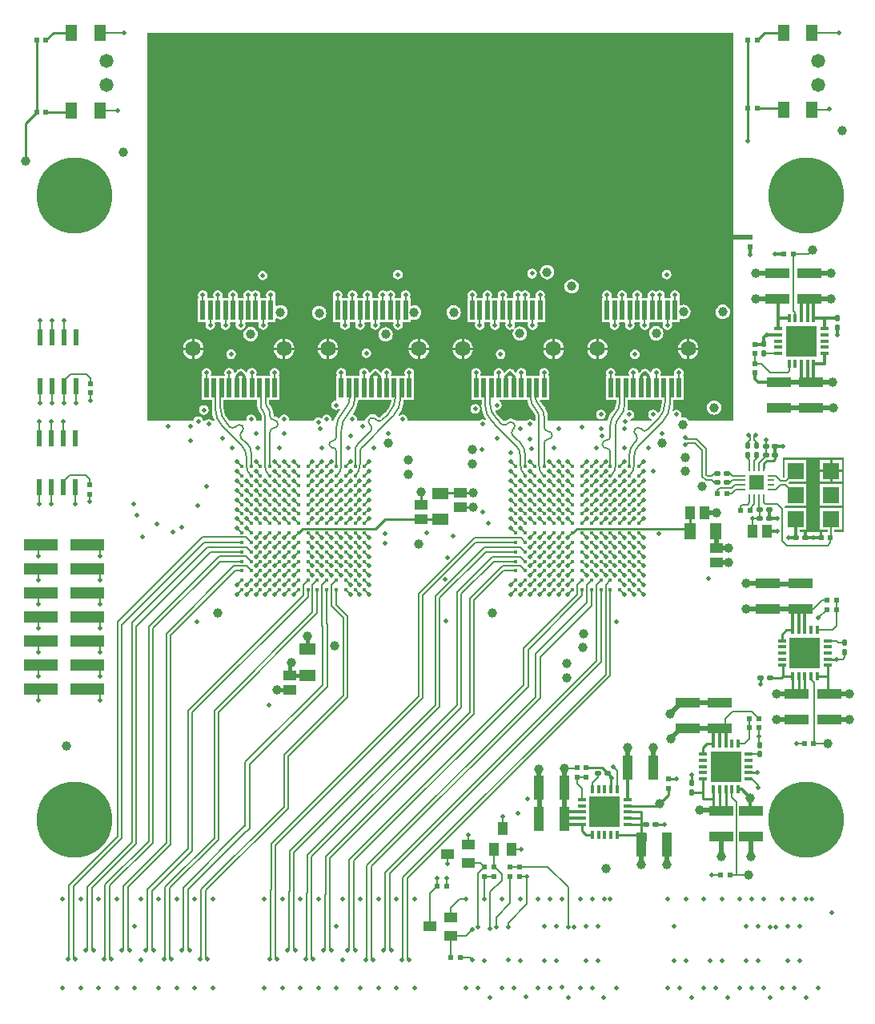
<source format=gtl>
%FSLAX44Y44*%
%MOMM*%
G71*
G01*
G75*
G04 Layer_Physical_Order=1*
G04 Layer_Color=255*
%ADD10C,0.2032*%
G04:AMPARAMS|DCode=11|XSize=0.5mm|YSize=0.6mm|CornerRadius=0.125mm|HoleSize=0mm|Usage=FLASHONLY|Rotation=0.000|XOffset=0mm|YOffset=0mm|HoleType=Round|Shape=RoundedRectangle|*
%AMROUNDEDRECTD11*
21,1,0.5000,0.3500,0,0,0.0*
21,1,0.2500,0.6000,0,0,0.0*
1,1,0.2500,0.1250,-0.1750*
1,1,0.2500,-0.1250,-0.1750*
1,1,0.2500,-0.1250,0.1750*
1,1,0.2500,0.1250,0.1750*
%
%ADD11ROUNDEDRECTD11*%
%ADD12R,2.6000X1.1000*%
%ADD13R,0.6000X0.6000*%
G04:AMPARAMS|DCode=14|XSize=0.5mm|YSize=0.6mm|CornerRadius=0.125mm|HoleSize=0mm|Usage=FLASHONLY|Rotation=270.000|XOffset=0mm|YOffset=0mm|HoleType=Round|Shape=RoundedRectangle|*
%AMROUNDEDRECTD14*
21,1,0.5000,0.3500,0,0,270.0*
21,1,0.2500,0.6000,0,0,270.0*
1,1,0.2500,-0.1750,-0.1250*
1,1,0.2500,-0.1750,0.1250*
1,1,0.2500,0.1750,0.1250*
1,1,0.2500,0.1750,-0.1250*
%
%ADD14ROUNDEDRECTD14*%
%ADD15R,1.1000X1.3500*%
%ADD16R,0.6000X0.6000*%
%ADD17R,1.0000X1.4000*%
%ADD18R,1.4000X1.0000*%
%ADD19R,1.4000X1.1000*%
%ADD20R,1.1500X1.8000*%
%ADD21R,0.9500X0.3500*%
%ADD22R,0.3500X0.9500*%
%ADD23R,3.3000X3.3000*%
%ADD24R,0.6000X1.8000*%
%ADD25R,0.5000X2.0000*%
%ADD26R,1.6000X1.6000*%
%ADD27R,0.2800X0.8000*%
%ADD28R,0.8000X0.2800*%
%ADD29R,1.1000X1.4000*%
%ADD30R,1.1500X1.7000*%
%ADD31R,3.3000X3.3000*%
%ADD32R,1.1000X2.6000*%
%ADD33R,1.7000X1.1500*%
%ADD34C,0.4500*%
%ADD35C,1.0000*%
%ADD36R,12.0500X2.0000*%
%ADD37R,1.8000X1.8000*%
%ADD38R,3.6800X1.2700*%
%ADD39C,0.1270*%
%ADD40C,0.2540*%
%ADD41C,0.5080*%
%ADD42C,0.1524*%
%ADD43C,0.3048*%
%ADD44C,0.5000*%
%ADD45C,0.3810*%
%ADD46C,1.6500*%
%ADD47C,1.4732*%
%ADD48C,0.9500*%
%ADD49R,2.0000X2.0000*%
%ADD50C,8.0000*%
%ADD51C,0.4928*%
%ADD52C,0.6600*%
%ADD53C,0.5080*%
G36*
X256470Y659928D02*
X256434D01*
X256855Y656736D01*
X258087Y653761D01*
X260047Y651207D01*
X260047Y651207D01*
X260187Y651067D01*
X260763Y650205D01*
X261003Y648999D01*
X261001Y648989D01*
Y643400D01*
X255785D01*
X254979Y644382D01*
X255102Y645000D01*
X254713Y646952D01*
X253608Y648607D01*
X251952Y649714D01*
X250000Y650102D01*
X248048Y649714D01*
X246392Y648607D01*
X245287Y646952D01*
X244898Y645000D01*
X245021Y644382D01*
X244216Y643400D01*
X226685D01*
X224680Y645843D01*
X222663Y649616D01*
X221421Y653710D01*
X221018Y657806D01*
X221050Y657967D01*
Y665860D01*
X256470D01*
Y659928D01*
D02*
G37*
G36*
X542109Y664636D02*
X543404Y660369D01*
X545506Y656437D01*
X548334Y652990D01*
Y652990D01*
D01*
Y652990D01*
X549811Y651162D01*
X550714Y648984D01*
X551013Y646708D01*
X551001Y646647D01*
Y643400D01*
X548746D01*
X548607Y643607D01*
X546952Y644714D01*
X545000Y645102D01*
X543048Y644714D01*
X541393Y643607D01*
X541254Y643400D01*
X530284D01*
X530235Y643464D01*
X530211Y643500D01*
X530175Y643524D01*
X528591Y644740D01*
X526706Y645520D01*
X524684Y645787D01*
X522661Y645520D01*
X520777Y644740D01*
X519192Y643524D01*
X519157Y643500D01*
X519157Y643500D01*
X519156Y643500D01*
X519057Y643400D01*
X516598D01*
X512415Y647582D01*
X512279Y647673D01*
X509668Y650855D01*
X508123Y653745D01*
X508609Y654919D01*
X509119Y655073D01*
X510000Y654898D01*
X511952Y655286D01*
X513607Y656393D01*
X514714Y658048D01*
X515102Y660000D01*
X514714Y661952D01*
X513607Y663607D01*
X512055Y664645D01*
X512424Y665860D01*
X541989D01*
X542109Y664636D01*
D02*
G37*
G36*
X760000Y643400D02*
X713258D01*
X712224Y644748D01*
X710649Y645956D01*
X708814Y646716D01*
X706846Y646975D01*
X705247Y646765D01*
X704577Y647843D01*
X704714Y648048D01*
X705102Y650000D01*
X704714Y651952D01*
X703607Y653607D01*
X701952Y654714D01*
X700000Y655102D01*
X698048Y654714D01*
X696815Y653890D01*
X695773Y654616D01*
X696200Y656393D01*
X696557Y660937D01*
X696538D01*
Y665860D01*
X707409D01*
Y690940D01*
X707409Y690940D01*
X707409D01*
X706890Y691910D01*
X707083Y692198D01*
X707471Y694150D01*
X707083Y696102D01*
X705976Y697758D01*
X704321Y698864D01*
X702369Y699252D01*
X700417Y698864D01*
X698761Y697758D01*
X697655Y696102D01*
X697267Y694150D01*
X697655Y692198D01*
X697747Y692060D01*
X697149Y690940D01*
X683589D01*
X682990Y692060D01*
X683083Y692198D01*
X683471Y694150D01*
X683083Y696102D01*
X681976Y697758D01*
X680321Y698864D01*
X678369Y699252D01*
X676417Y698864D01*
X674761Y697758D01*
X673655Y696102D01*
X673429Y694965D01*
X672214Y694596D01*
X670804Y696006D01*
X670122Y697028D01*
X668466Y698133D01*
X666514Y698522D01*
X664562Y698133D01*
X662906Y697028D01*
X662224Y696006D01*
X660572Y694354D01*
X659357Y694723D01*
X659082Y696102D01*
X657977Y697758D01*
X656321Y698864D01*
X654369Y699252D01*
X652417Y698864D01*
X650761Y697758D01*
X649656Y696102D01*
X649267Y694150D01*
X649656Y692198D01*
X649747Y692060D01*
X649149Y690940D01*
X635589D01*
X634991Y692060D01*
X635082Y692198D01*
X635471Y694150D01*
X635082Y696102D01*
X633977Y697758D01*
X632321Y698864D01*
X630369Y699252D01*
X628417Y698864D01*
X626761Y697758D01*
X625656Y696102D01*
X625267Y694150D01*
X625656Y692198D01*
X625848Y691910D01*
X625329Y690940D01*
X625329D01*
X625329Y690940D01*
Y665860D01*
X636200D01*
Y663040D01*
X636237Y662857D01*
X635791Y659474D01*
X634415Y656151D01*
X632338Y653443D01*
X632182Y653340D01*
X632164Y653358D01*
X629695Y650349D01*
X627860Y646916D01*
X626793Y643400D01*
X563626D01*
Y647043D01*
X563656D01*
X563257Y651093D01*
X562076Y654988D01*
X560157Y658577D01*
X557575Y661723D01*
X557554Y661702D01*
X557437Y661780D01*
X555610Y664161D01*
X555343Y664804D01*
X556049Y665860D01*
X564909D01*
Y690940D01*
X564909Y690940D01*
X564909D01*
X564390Y691910D01*
X564582Y692198D01*
X564971Y694150D01*
X564582Y696102D01*
X563476Y697758D01*
X561821Y698864D01*
X559869Y699252D01*
X557917Y698864D01*
X556261Y697758D01*
X555155Y696102D01*
X554767Y694150D01*
X555155Y692198D01*
X555247Y692060D01*
X554649Y690940D01*
X541089D01*
X540490Y692060D01*
X540583Y692198D01*
X540971Y694150D01*
X540583Y696102D01*
X539477Y697758D01*
X537821Y698864D01*
X535869Y699252D01*
X533917Y698864D01*
X532261Y697758D01*
X531156Y696102D01*
X530929Y694965D01*
X529714Y694596D01*
X528304Y696006D01*
X527621Y697028D01*
X525966Y698133D01*
X524014Y698522D01*
X522062Y698133D01*
X520406Y697028D01*
X519724Y696006D01*
X518072Y694354D01*
X516857Y694723D01*
X516582Y696102D01*
X515476Y697758D01*
X513821Y698864D01*
X511869Y699252D01*
X509917Y698864D01*
X508261Y697758D01*
X507155Y696102D01*
X506767Y694150D01*
X507155Y692198D01*
X507247Y692060D01*
X506649Y690940D01*
X493089D01*
X492491Y692060D01*
X492583Y692198D01*
X492971Y694150D01*
X492583Y696102D01*
X491477Y697758D01*
X489821Y698864D01*
X487869Y699252D01*
X485917Y698864D01*
X484261Y697758D01*
X483156Y696102D01*
X482767Y694150D01*
X483156Y692198D01*
X483348Y691910D01*
X482829Y690940D01*
X482829D01*
X482829Y690940D01*
Y665860D01*
X493706D01*
Y660693D01*
X493686D01*
X494044Y656149D01*
X495108Y651718D01*
X496852Y647507D01*
X498133Y645416D01*
X497218Y644536D01*
X496952Y644714D01*
X495000Y645102D01*
X493048Y644714D01*
X491393Y643607D01*
X491254Y643400D01*
X415784D01*
X414979Y644382D01*
X415102Y645000D01*
X414714Y646952D01*
X413607Y648607D01*
X411952Y649714D01*
X410000Y650102D01*
X408048Y649714D01*
X407039Y649040D01*
X406124Y649920D01*
X408452Y653718D01*
X410196Y657929D01*
X411260Y662361D01*
X411535Y665860D01*
X422409D01*
Y690940D01*
X422409Y690940D01*
X422409D01*
X421890Y691910D01*
X422082Y692198D01*
X422471Y694150D01*
X422082Y696102D01*
X420976Y697758D01*
X419321Y698864D01*
X417369Y699252D01*
X415417Y698864D01*
X413761Y697758D01*
X412655Y696102D01*
X412267Y694150D01*
X412655Y692198D01*
X412747Y692060D01*
X412149Y690940D01*
X398589D01*
X397990Y692060D01*
X398083Y692198D01*
X398471Y694150D01*
X398083Y696102D01*
X396977Y697758D01*
X395321Y698864D01*
X393369Y699252D01*
X391417Y698864D01*
X389762Y697758D01*
X388656Y696102D01*
X388429Y694965D01*
X387214Y694596D01*
X385804Y696006D01*
X385121Y697028D01*
X383466Y698133D01*
X381514Y698522D01*
X379562Y698133D01*
X377906Y697028D01*
X377224Y696006D01*
X375572Y694354D01*
X374357Y694723D01*
X374082Y696102D01*
X372976Y697758D01*
X371321Y698864D01*
X369369Y699252D01*
X367417Y698864D01*
X365761Y697758D01*
X364655Y696102D01*
X364267Y694150D01*
X364655Y692198D01*
X364747Y692060D01*
X364149Y690940D01*
X350589D01*
X349991Y692060D01*
X350083Y692198D01*
X350471Y694150D01*
X350083Y696102D01*
X348977Y697758D01*
X347321Y698864D01*
X345369Y699252D01*
X343417Y698864D01*
X341761Y697758D01*
X340656Y696102D01*
X340267Y694150D01*
X340656Y692198D01*
X340848Y691910D01*
X340329Y690940D01*
X340329D01*
X340329Y690940D01*
Y665860D01*
X340329Y665860D01*
X340329D01*
X340205Y665239D01*
X340000Y665102D01*
D01*
X338048Y664714D01*
X336393Y663607D01*
X335286Y661952D01*
X334898Y660000D01*
X335286Y658048D01*
X336393Y656393D01*
X338048Y655286D01*
X340000Y654898D01*
X341952Y655286D01*
X343387Y656245D01*
X344231Y655296D01*
X342155Y652866D01*
X339663Y648799D01*
X337838Y644392D01*
X337600Y643400D01*
X335784D01*
X334979Y644382D01*
X335102Y645000D01*
X334714Y646952D01*
X333607Y648607D01*
X331952Y649714D01*
X330000Y650102D01*
X328048Y649714D01*
X326393Y648607D01*
X325286Y646952D01*
X325194Y646486D01*
X324020Y646000D01*
X322952Y646713D01*
X321000Y647102D01*
X319048Y646713D01*
X317393Y645608D01*
X316287Y643952D01*
X316177Y643400D01*
X290784D01*
X289979Y644382D01*
X290102Y645000D01*
X289713Y646952D01*
X288608Y648607D01*
X286952Y649714D01*
X285000Y650102D01*
X283048Y649714D01*
X281392Y648607D01*
X280287Y646952D01*
X280213Y646583D01*
X279025Y646136D01*
X278098Y646847D01*
X276213Y647628D01*
X274233Y647888D01*
X274191Y647897D01*
Y647912D01*
X273802Y648073D01*
X273641Y648462D01*
X273626D01*
Y650401D01*
X273628D01*
X273342Y653307D01*
X272494Y656101D01*
X271117Y658676D01*
X269265Y660933D01*
X269266Y660934D01*
X269266Y660934D01*
X269108Y661317D01*
X269059Y661434D01*
X269059D01*
D01*
D01*
X269059D01*
X269056Y661438D01*
Y665860D01*
X279909D01*
Y690940D01*
X279909Y690940D01*
X279909D01*
X279390Y691910D01*
X279583Y692198D01*
X279971Y694150D01*
X279583Y696102D01*
X278477Y697758D01*
X276821Y698864D01*
X274869Y699252D01*
X272917Y698864D01*
X271262Y697758D01*
X270156Y696102D01*
X269767Y694150D01*
X270156Y692198D01*
X270247Y692060D01*
X269649Y690940D01*
X256089D01*
X255490Y692060D01*
X255583Y692198D01*
X255971Y694150D01*
X255583Y696102D01*
X254477Y697758D01*
X252821Y698864D01*
X250869Y699252D01*
X248917Y698864D01*
X247262Y697758D01*
X246155Y696102D01*
X245929Y694965D01*
X244714Y694596D01*
X243304Y696006D01*
X242621Y697028D01*
X240966Y698133D01*
X239014Y698522D01*
X237062Y698133D01*
X235406Y697028D01*
X234724Y696006D01*
X233072Y694354D01*
X231857Y694723D01*
X231583Y696102D01*
X230476Y697758D01*
X228821Y698864D01*
X226869Y699252D01*
X224917Y698864D01*
X223262Y697758D01*
X222155Y696102D01*
X221767Y694150D01*
X222155Y692198D01*
X222247Y692060D01*
X221649Y690940D01*
X208089D01*
X207491Y692060D01*
X207582Y692198D01*
X207971Y694150D01*
X207582Y696102D01*
X206476Y697758D01*
X204821Y698864D01*
X202869Y699252D01*
X200917Y698864D01*
X199261Y697758D01*
X198155Y696102D01*
X197767Y694150D01*
X198155Y692198D01*
X198348Y691910D01*
X197829Y690940D01*
X197829D01*
X197829Y690940D01*
Y665860D01*
X208718D01*
Y655218D01*
X208702D01*
X209046Y650850D01*
X210069Y646589D01*
X210952Y644456D01*
X210247Y643400D01*
X208746D01*
X208608Y643607D01*
X206952Y644714D01*
X205000Y645102D01*
X203048Y644714D01*
X201392Y643607D01*
X201254Y643400D01*
X199022D01*
X198713Y644952D01*
X197607Y646608D01*
X195952Y647713D01*
X194000Y648102D01*
X192048Y647713D01*
X190392Y646608D01*
X189286Y644952D01*
X188978Y643400D01*
X140000D01*
Y1053400D01*
X760000D01*
Y643400D01*
D02*
G37*
G36*
X684206Y663223D02*
X684238Y663063D01*
X683835Y658966D01*
X682593Y654872D01*
X681189Y652246D01*
X679714Y651952D01*
X678607Y653607D01*
X676952Y654714D01*
X675000Y655102D01*
X673048Y654714D01*
X671393Y653607D01*
X670286Y651952D01*
X669898Y650000D01*
X670286Y648048D01*
X671393Y646393D01*
X673048Y645286D01*
X673596Y645177D01*
X673826Y644420D01*
X673069Y643400D01*
X651714D01*
X651115Y644520D01*
X651578Y645212D01*
X651952Y645286D01*
X653607Y646393D01*
X654714Y648048D01*
X655102Y650000D01*
X654714Y651952D01*
X653607Y653607D01*
X651952Y654714D01*
X650000Y655102D01*
X648972Y654897D01*
X648119Y655838D01*
X648162Y655980D01*
X648562Y660047D01*
X648532D01*
Y665860D01*
X684206D01*
Y663223D01*
D02*
G37*
G36*
X398158Y665666D02*
X398770Y664840D01*
X397598Y660976D01*
X395639Y657311D01*
X393099Y654216D01*
X392971Y654131D01*
X392971Y654131D01*
X392971Y654131D01*
X391263Y652423D01*
X391263Y652423D01*
X385953Y647113D01*
X384683D01*
X383791Y648006D01*
X383755Y648029D01*
X382171Y649245D01*
X380286Y650026D01*
X378264Y650292D01*
X376241Y650026D01*
X374357Y649245D01*
X372772Y648029D01*
X372736Y648006D01*
X372713Y647970D01*
X371497Y646385D01*
X370716Y644501D01*
X370571Y643400D01*
X362877D01*
X362071Y644382D01*
X362226Y645160D01*
X361838Y647112D01*
X360732Y648767D01*
X359076Y649874D01*
X358043Y650079D01*
X357627Y651279D01*
X358391Y652173D01*
X360609Y655793D01*
X362233Y659715D01*
X363224Y663843D01*
X363383Y665860D01*
X397981D01*
X398158Y665666D01*
D02*
G37*
G36*
X876808Y525526D02*
X866537D01*
Y528210D01*
X874840D01*
Y551290D01*
X851760D01*
Y528210D01*
X860063D01*
Y525526D01*
X854028D01*
Y519938D01*
X851488D01*
Y525526D01*
X837456D01*
Y519928D01*
X834916D01*
Y525526D01*
X829944D01*
Y528210D01*
X837340D01*
Y551290D01*
X814797D01*
X814775Y551403D01*
X814073Y552453D01*
X815230Y553610D01*
X837340D01*
Y576690D01*
X818838D01*
X817727Y577801D01*
X817738Y577910D01*
X818838Y579010D01*
X837340D01*
Y602090D01*
X814260D01*
Y583588D01*
X814108Y583436D01*
X812800D01*
Y604520D01*
X876808D01*
Y525526D01*
D02*
G37*
%LPC*%
G36*
X342085Y718130D02*
X332639D01*
Y708684D01*
X334186Y708888D01*
X336811Y709975D01*
X339064Y711704D01*
X340794Y713958D01*
X341881Y716583D01*
X342085Y718130D01*
D02*
G37*
G36*
X484585D02*
X475139D01*
Y708684D01*
X476686Y708888D01*
X479310Y709975D01*
X481564Y711704D01*
X483294Y713958D01*
X484381Y716583D01*
X484585Y718130D01*
D02*
G37*
G36*
X472599D02*
X463153D01*
X463357Y716583D01*
X464444Y713958D01*
X466174Y711704D01*
X468427Y709975D01*
X471052Y708888D01*
X472599Y708684D01*
Y718130D01*
D02*
G37*
G36*
X438085D02*
X428639D01*
Y708684D01*
X430186Y708888D01*
X432811Y709975D01*
X435065Y711704D01*
X436794Y713958D01*
X437881Y716583D01*
X438085Y718130D01*
D02*
G37*
G36*
X426099D02*
X416653D01*
X416857Y716583D01*
X417944Y713958D01*
X419674Y711704D01*
X421927Y709975D01*
X424552Y708888D01*
X426099Y708684D01*
Y718130D01*
D02*
G37*
G36*
X723085D02*
X713639D01*
Y708684D01*
X715186Y708888D01*
X717811Y709975D01*
X720064Y711704D01*
X721794Y713958D01*
X722881Y716583D01*
X723085Y718130D01*
D02*
G37*
G36*
X711099D02*
X701653D01*
X701857Y716583D01*
X702944Y713958D01*
X704673Y711704D01*
X706927Y709975D01*
X709552Y708888D01*
X711099Y708684D01*
Y718130D01*
D02*
G37*
G36*
X513869Y718990D02*
X511917Y718602D01*
X510261Y717495D01*
X509156Y715840D01*
X508767Y713888D01*
X509156Y711936D01*
X510261Y710281D01*
X511917Y709174D01*
X513869Y708786D01*
X515821Y709174D01*
X517477Y710281D01*
X518582Y711936D01*
X518971Y713888D01*
X518582Y715840D01*
X517477Y717495D01*
X515821Y718602D01*
X513869Y718990D01*
D02*
G37*
G36*
X228869D02*
X226917Y718602D01*
X225261Y717495D01*
X224156Y715840D01*
X223767Y713888D01*
X224156Y711936D01*
X225261Y710281D01*
X226917Y709174D01*
X228869Y708786D01*
X230821Y709174D01*
X232477Y710281D01*
X233582Y711936D01*
X233971Y713888D01*
X233582Y715840D01*
X232477Y717495D01*
X230821Y718602D01*
X228869Y718990D01*
D02*
G37*
G36*
X580585Y718130D02*
X571139D01*
Y708684D01*
X572686Y708888D01*
X575311Y709975D01*
X577565Y711704D01*
X579294Y713958D01*
X580381Y716583D01*
X580585Y718130D01*
D02*
G37*
G36*
X568599D02*
X559153D01*
X559357Y716583D01*
X560444Y713958D01*
X562174Y711704D01*
X564427Y709975D01*
X567052Y708888D01*
X568599Y708684D01*
Y718130D01*
D02*
G37*
G36*
X627085D02*
X617639D01*
Y708684D01*
X619186Y708888D01*
X621810Y709975D01*
X624064Y711704D01*
X625794Y713958D01*
X626881Y716583D01*
X627085Y718130D01*
D02*
G37*
G36*
X615099D02*
X605653D01*
X605857Y716583D01*
X606944Y713958D01*
X608674Y711704D01*
X610927Y709975D01*
X613552Y708888D01*
X615099Y708684D01*
Y718130D01*
D02*
G37*
G36*
X330099D02*
X320653D01*
X320857Y716583D01*
X321944Y713958D01*
X323674Y711704D01*
X325927Y709975D01*
X328552Y708888D01*
X330099Y708684D01*
Y718130D01*
D02*
G37*
G36*
X862030Y602090D02*
X851760D01*
Y591820D01*
X862030D01*
Y602090D01*
D02*
G37*
G36*
X874840D02*
X864570D01*
Y591820D01*
X874840D01*
Y602090D01*
D02*
G37*
G36*
X620000Y655102D02*
X618048Y654714D01*
X616393Y653607D01*
X615286Y651952D01*
X614898Y650000D01*
X615286Y648048D01*
X616393Y646393D01*
X618048Y645286D01*
X620000Y644898D01*
X621952Y645286D01*
X623607Y646393D01*
X624714Y648048D01*
X625102Y650000D01*
X624714Y651952D01*
X623607Y653607D01*
X621952Y654714D01*
X620000Y655102D01*
D02*
G37*
G36*
X874840Y576690D02*
X851760D01*
Y553610D01*
X874840D01*
Y576690D01*
D02*
G37*
G36*
X862030Y589280D02*
X851760D01*
Y579010D01*
X862030D01*
Y589280D01*
D02*
G37*
G36*
X874840D02*
X864570D01*
Y579010D01*
X874840D01*
Y589280D01*
D02*
G37*
G36*
X739782Y664911D02*
X737814Y664652D01*
X735980Y663892D01*
X734404Y662683D01*
X733196Y661108D01*
X732436Y659274D01*
X732177Y657306D01*
X732436Y655337D01*
X733196Y653503D01*
X734404Y651928D01*
X735980Y650720D01*
X737814Y649960D01*
X739782Y649701D01*
X741750Y649960D01*
X743585Y650720D01*
X745160Y651928D01*
X746368Y653503D01*
X747128Y655337D01*
X747387Y657306D01*
X747128Y659274D01*
X746368Y661108D01*
X745160Y662683D01*
X743585Y663892D01*
X741750Y664652D01*
X739782Y664911D01*
D02*
G37*
G36*
X199585Y718130D02*
X190139D01*
Y708684D01*
X191686Y708888D01*
X194311Y709975D01*
X196565Y711704D01*
X198294Y713958D01*
X199381Y716583D01*
X199585Y718130D01*
D02*
G37*
G36*
X283599D02*
X274153D01*
X274357Y716583D01*
X275444Y713958D01*
X277174Y711704D01*
X279427Y709975D01*
X282052Y708888D01*
X283599Y708684D01*
Y718130D01*
D02*
G37*
G36*
X295585D02*
X286139D01*
Y708684D01*
X287686Y708888D01*
X290311Y709975D01*
X292565Y711704D01*
X294294Y713958D01*
X295381Y716583D01*
X295585Y718130D01*
D02*
G37*
G36*
X200000Y660102D02*
X198048Y659714D01*
X196392Y658607D01*
X195287Y656952D01*
X194898Y655000D01*
X195287Y653048D01*
X196392Y651393D01*
X198048Y650286D01*
X200000Y649898D01*
X201952Y650286D01*
X203608Y651393D01*
X204713Y653048D01*
X205102Y655000D01*
X204713Y656952D01*
X203608Y658607D01*
X201952Y659714D01*
X200000Y660102D01*
D02*
G37*
G36*
X487000Y661102D02*
X485048Y660714D01*
X483392Y659607D01*
X482286Y657952D01*
X481898Y656000D01*
X482286Y654048D01*
X483392Y652393D01*
X485048Y651286D01*
X487000Y650898D01*
X488952Y651286D01*
X490607Y652393D01*
X491713Y654048D01*
X492102Y656000D01*
X491713Y657952D01*
X490607Y659607D01*
X488952Y660714D01*
X487000Y661102D01*
D02*
G37*
G36*
X187599Y718130D02*
X178153D01*
X178357Y716583D01*
X179444Y713958D01*
X181173Y711704D01*
X183427Y709975D01*
X186052Y708888D01*
X187599Y708684D01*
Y718130D01*
D02*
G37*
G36*
X655869Y718990D02*
X653917Y718602D01*
X652262Y717495D01*
X651155Y715840D01*
X650767Y713888D01*
X651155Y711936D01*
X652262Y710281D01*
X653917Y709174D01*
X655869Y708786D01*
X657821Y709174D01*
X659477Y710281D01*
X660583Y711936D01*
X660971Y713888D01*
X660583Y715840D01*
X659477Y717495D01*
X657821Y718602D01*
X655869Y718990D01*
D02*
G37*
G36*
X748902Y766209D02*
X746934Y765950D01*
X745099Y765190D01*
X743524Y763982D01*
X742316Y762407D01*
X741556Y760572D01*
X741297Y758604D01*
X741556Y756636D01*
X742316Y754801D01*
X743524Y753226D01*
X745099Y752018D01*
X746934Y751258D01*
X748902Y750999D01*
X750870Y751258D01*
X752704Y752018D01*
X754280Y753226D01*
X755488Y754801D01*
X756248Y756636D01*
X756507Y758604D01*
X756248Y760572D01*
X755488Y762407D01*
X754280Y763982D01*
X752704Y765190D01*
X750870Y765950D01*
X748902Y766209D01*
D02*
G37*
G36*
X464322Y765623D02*
X462354Y765364D01*
X460519Y764604D01*
X458944Y763396D01*
X457736Y761821D01*
X456976Y759986D01*
X456717Y758018D01*
X456976Y756050D01*
X457736Y754215D01*
X458944Y752640D01*
X460519Y751432D01*
X462354Y750672D01*
X464322Y750413D01*
X466290Y750672D01*
X468125Y751432D01*
X469700Y752640D01*
X470908Y754215D01*
X471668Y756050D01*
X471927Y758018D01*
X471668Y759986D01*
X470908Y761821D01*
X469700Y763396D01*
X468125Y764604D01*
X466290Y765364D01*
X464322Y765623D01*
D02*
G37*
G36*
X254869Y781252D02*
X252917Y780863D01*
X251262Y779758D01*
X250476D01*
X248821Y780863D01*
X246869Y781252D01*
X244917Y780863D01*
X243262Y779758D01*
X242155Y778102D01*
X241767Y776150D01*
X242155Y774198D01*
X242247Y774060D01*
X241649Y772940D01*
X236089D01*
X235491Y774060D01*
X235583Y774198D01*
X235971Y776150D01*
X235583Y778102D01*
X234477Y779758D01*
X232821Y780863D01*
X230869Y781252D01*
X228917Y780863D01*
X227262Y779758D01*
X226155Y778102D01*
X225767Y776150D01*
X226155Y774198D01*
X226248Y774060D01*
X225649Y772940D01*
X220089D01*
X219491Y774060D01*
X219583Y774198D01*
X219971Y776150D01*
X219583Y778102D01*
X218477Y779758D01*
X216821Y780863D01*
X214869Y781252D01*
X212917Y780863D01*
X211262Y779758D01*
X210156Y778102D01*
X209767Y776150D01*
X210156Y774198D01*
X210247Y774060D01*
X209649Y772940D01*
X204089D01*
X203491Y774060D01*
X203582Y774198D01*
X203971Y776150D01*
X203582Y778102D01*
X202477Y779758D01*
X200821Y780863D01*
X198869Y781252D01*
X196917Y780863D01*
X195261Y779758D01*
X194156Y778102D01*
X193767Y776150D01*
X194156Y774198D01*
X194348Y773910D01*
X193829Y772940D01*
X193829D01*
X193829Y772940D01*
Y747860D01*
X201649D01*
X202247Y746740D01*
X202155Y746602D01*
X201767Y744650D01*
X202155Y742698D01*
X203262Y741042D01*
X204917Y739937D01*
X206869Y739548D01*
X208821Y739937D01*
X210476Y741042D01*
X211583Y742698D01*
X211971Y744650D01*
X211583Y746602D01*
X211491Y746740D01*
X212089Y747860D01*
X217649D01*
X218247Y746740D01*
X218155Y746602D01*
X217767Y744650D01*
X218155Y742698D01*
X219261Y741042D01*
X220917Y739937D01*
X222869Y739548D01*
X224821Y739937D01*
X226476Y741042D01*
X227582Y742698D01*
X227971Y744650D01*
X227582Y746602D01*
X227491Y746740D01*
X228089Y747860D01*
X233649D01*
X234247Y746740D01*
X234156Y746602D01*
X233767Y744650D01*
X234156Y742698D01*
X235261Y741042D01*
X236917Y739937D01*
X238869Y739548D01*
X240821Y739937D01*
X242477Y741042D01*
X243582Y742698D01*
X243971Y744650D01*
X243582Y746602D01*
X243491Y746740D01*
X244089Y747860D01*
X257649D01*
X258247Y746740D01*
X258155Y746602D01*
X257767Y744650D01*
X258155Y742698D01*
X259261Y741042D01*
X260917Y739937D01*
X262869Y739548D01*
X264821Y739937D01*
X266476Y741042D01*
X267582Y742698D01*
X267971Y744650D01*
X267582Y746602D01*
X267491Y746740D01*
X268089Y747860D01*
X275909D01*
Y751258D01*
X277048Y751820D01*
X277330Y751604D01*
X279164Y750844D01*
X281132Y750585D01*
X283100Y750844D01*
X284935Y751604D01*
X286510Y752812D01*
X287718Y754388D01*
X288478Y756222D01*
X288737Y758190D01*
X288478Y760158D01*
X287718Y761992D01*
X286510Y763568D01*
X284935Y764776D01*
X283100Y765536D01*
X281132Y765795D01*
X279164Y765536D01*
X277330Y764776D01*
X277048Y764560D01*
X275909Y765122D01*
Y772940D01*
X275909Y772940D01*
X275909D01*
X275390Y773910D01*
X275583Y774198D01*
X275971Y776150D01*
X275583Y778102D01*
X274477Y779758D01*
X272821Y780863D01*
X270869Y781252D01*
X268917Y780863D01*
X267262Y779758D01*
X266155Y778102D01*
X265767Y776150D01*
X266155Y774198D01*
X266247Y774060D01*
X265649Y772940D01*
X260089D01*
X259491Y774060D01*
X259583Y774198D01*
X259971Y776150D01*
X259583Y778102D01*
X258477Y779758D01*
X256821Y780863D01*
X254869Y781252D01*
D02*
G37*
G36*
X589000Y793105D02*
X587032Y792846D01*
X585197Y792086D01*
X583622Y790878D01*
X582414Y789303D01*
X581654Y787468D01*
X581395Y785500D01*
X581654Y783532D01*
X582414Y781697D01*
X583622Y780122D01*
X585197Y778914D01*
X587032Y778154D01*
X589000Y777895D01*
X590968Y778154D01*
X592803Y778914D01*
X594378Y780122D01*
X595586Y781697D01*
X596346Y783532D01*
X596605Y785500D01*
X596346Y787468D01*
X595586Y789303D01*
X594378Y790878D01*
X592803Y792086D01*
X590968Y792846D01*
X589000Y793105D01*
D02*
G37*
G36*
X249500Y742605D02*
X247532Y742346D01*
X245697Y741586D01*
X244122Y740378D01*
X242914Y738802D01*
X242154Y736968D01*
X241895Y735000D01*
X242154Y733032D01*
X242914Y731197D01*
X244122Y729622D01*
X245697Y728414D01*
X247532Y727654D01*
X249500Y727395D01*
X251468Y727654D01*
X253302Y728414D01*
X254878Y729622D01*
X256086Y731197D01*
X256846Y733032D01*
X257105Y735000D01*
X256846Y736968D01*
X256086Y738802D01*
X254878Y740378D01*
X253302Y741586D01*
X251468Y742346D01*
X249500Y742605D01*
D02*
G37*
G36*
X392318Y742245D02*
X390350Y741986D01*
X388516Y741226D01*
X386940Y740017D01*
X385732Y738443D01*
X384972Y736608D01*
X384713Y734640D01*
X384972Y732672D01*
X385732Y730837D01*
X386940Y729262D01*
X388516Y728054D01*
X390350Y727294D01*
X392318Y727035D01*
X394286Y727294D01*
X396120Y728054D01*
X397696Y729262D01*
X398904Y730837D01*
X399664Y732672D01*
X399923Y734640D01*
X399664Y736608D01*
X398904Y738443D01*
X397696Y740017D01*
X396120Y741226D01*
X394286Y741986D01*
X392318Y742245D01*
D02*
G37*
G36*
X322072Y765033D02*
X320104Y764774D01*
X318270Y764014D01*
X316694Y762806D01*
X315486Y761230D01*
X314726Y759396D01*
X314467Y757428D01*
X314726Y755460D01*
X315486Y753625D01*
X316694Y752050D01*
X318270Y750842D01*
X320104Y750082D01*
X322072Y749823D01*
X324040Y750082D01*
X325874Y750842D01*
X327450Y752050D01*
X328658Y753625D01*
X329418Y755460D01*
X329677Y757428D01*
X329418Y759396D01*
X328658Y761230D01*
X327450Y762806D01*
X325874Y764014D01*
X324040Y764774D01*
X322072Y765033D01*
D02*
G37*
G36*
X678500Y743605D02*
X676532Y743346D01*
X674697Y742586D01*
X673122Y741378D01*
X671914Y739802D01*
X671154Y737968D01*
X670895Y736000D01*
X671154Y734032D01*
X671914Y732197D01*
X673122Y730622D01*
X674697Y729414D01*
X676532Y728654D01*
X678500Y728395D01*
X680468Y728654D01*
X682302Y729414D01*
X683878Y730622D01*
X685086Y732197D01*
X685846Y734032D01*
X686105Y736000D01*
X685846Y737968D01*
X685086Y739802D01*
X683878Y741378D01*
X682302Y742586D01*
X680468Y743346D01*
X678500Y743605D01*
D02*
G37*
G36*
X689609Y803079D02*
X687656Y802691D01*
X686001Y801585D01*
X684895Y799930D01*
X684507Y797977D01*
X684895Y796025D01*
X686001Y794370D01*
X687656Y793264D01*
X689609Y792875D01*
X691561Y793264D01*
X693216Y794370D01*
X694322Y796025D01*
X694711Y797977D01*
X694322Y799930D01*
X693216Y801585D01*
X691561Y802691D01*
X689609Y803079D01*
D02*
G37*
G36*
X405223D02*
X403270Y802691D01*
X401615Y801585D01*
X400509Y799930D01*
X400121Y797977D01*
X400509Y796025D01*
X401615Y794370D01*
X403270Y793264D01*
X405223Y792875D01*
X407175Y793264D01*
X408830Y794370D01*
X409936Y796025D01*
X410325Y797977D01*
X409936Y799930D01*
X408830Y801585D01*
X407175Y802691D01*
X405223Y803079D01*
D02*
G37*
G36*
X547223Y804079D02*
X545270Y803691D01*
X543615Y802585D01*
X542509Y800930D01*
X542121Y798977D01*
X542509Y797025D01*
X543615Y795370D01*
X545270Y794264D01*
X547223Y793875D01*
X549175Y794264D01*
X550830Y795370D01*
X551936Y797025D01*
X552325Y798977D01*
X551936Y800930D01*
X550830Y802585D01*
X549175Y803691D01*
X547223Y804079D01*
D02*
G37*
G36*
X563000Y808105D02*
X561032Y807846D01*
X559197Y807086D01*
X557622Y805878D01*
X556414Y804303D01*
X555654Y802468D01*
X555395Y800500D01*
X555654Y798532D01*
X556414Y796697D01*
X557622Y795122D01*
X559197Y793914D01*
X561032Y793154D01*
X563000Y792895D01*
X564968Y793154D01*
X566802Y793914D01*
X568378Y795122D01*
X569586Y796697D01*
X570346Y798532D01*
X570605Y800500D01*
X570346Y802468D01*
X569586Y804303D01*
X568378Y805878D01*
X566802Y807086D01*
X564968Y807846D01*
X563000Y808105D01*
D02*
G37*
G36*
X539869Y781252D02*
X537917Y780863D01*
X536261Y779758D01*
X535476D01*
X533821Y780863D01*
X531869Y781252D01*
X529917Y780863D01*
X528261Y779758D01*
X527155Y778102D01*
X526767Y776150D01*
X527155Y774198D01*
X527247Y774060D01*
X526649Y772940D01*
X521089D01*
X520491Y774060D01*
X520583Y774198D01*
X520971Y776150D01*
X520583Y778102D01*
X519477Y779758D01*
X517821Y780863D01*
X515869Y781252D01*
X513917Y780863D01*
X512262Y779758D01*
X511156Y778102D01*
X510767Y776150D01*
X511156Y774198D01*
X511247Y774060D01*
X510649Y772940D01*
X505089D01*
X504491Y774060D01*
X504582Y774198D01*
X504971Y776150D01*
X504582Y778102D01*
X503476Y779758D01*
X501821Y780863D01*
X499869Y781252D01*
X497917Y780863D01*
X496261Y779758D01*
X495155Y778102D01*
X494767Y776150D01*
X495155Y774198D01*
X495247Y774060D01*
X494649Y772940D01*
X489089D01*
X488490Y774060D01*
X488582Y774198D01*
X488971Y776150D01*
X488582Y778102D01*
X487477Y779758D01*
X485821Y780863D01*
X483869Y781252D01*
X481917Y780863D01*
X480261Y779758D01*
X479156Y778102D01*
X478767Y776150D01*
X479156Y774198D01*
X479348Y773910D01*
X478829Y772940D01*
X478829D01*
X478829Y772940D01*
Y747860D01*
X486649D01*
X487247Y746740D01*
X487155Y746602D01*
X486767Y744650D01*
X487155Y742698D01*
X488261Y741042D01*
X489917Y739937D01*
X491869Y739548D01*
X493821Y739937D01*
X495476Y741042D01*
X496582Y742698D01*
X496971Y744650D01*
X496582Y746602D01*
X496491Y746740D01*
X497089Y747860D01*
X502649D01*
X503247Y746740D01*
X503156Y746602D01*
X502767Y744650D01*
X503156Y742698D01*
X504262Y741042D01*
X505917Y739937D01*
X507869Y739548D01*
X509821Y739937D01*
X511477Y741042D01*
X512583Y742698D01*
X512971Y744650D01*
X512583Y746602D01*
X512491Y746740D01*
X513089Y747860D01*
X518649D01*
X519247Y746740D01*
X519156Y746602D01*
X518767Y744650D01*
X519156Y742698D01*
X520261Y741042D01*
X521917Y739937D01*
X523869Y739548D01*
X525821Y739937D01*
X527279Y740910D01*
X528147Y739983D01*
X527732Y739443D01*
X526972Y737608D01*
X526713Y735640D01*
X526972Y733672D01*
X527732Y731837D01*
X528940Y730262D01*
X530516Y729054D01*
X532350Y728294D01*
X534318Y728035D01*
X536286Y728294D01*
X538120Y729054D01*
X539696Y730262D01*
X540904Y731837D01*
X541664Y733672D01*
X541923Y735640D01*
X541664Y737608D01*
X540904Y739443D01*
X539696Y741018D01*
X538120Y742226D01*
X536286Y742986D01*
X534318Y743245D01*
X532350Y742986D01*
X530516Y742226D01*
X528995Y741059D01*
X528068Y741927D01*
X528582Y742698D01*
X528971Y744650D01*
X528582Y746602D01*
X528490Y746740D01*
X529089Y747860D01*
X542649D01*
X543247Y746740D01*
X543156Y746602D01*
X542767Y744650D01*
X543156Y742698D01*
X544261Y741042D01*
X545917Y739937D01*
X547869Y739548D01*
X549821Y739937D01*
X551477Y741042D01*
X552583Y742698D01*
X552971Y744650D01*
X552583Y746602D01*
X552491Y746740D01*
X553089Y747860D01*
X560909D01*
Y772940D01*
X560909Y772940D01*
X560909D01*
X560390Y773910D01*
X560583Y774198D01*
X560971Y776150D01*
X560583Y778102D01*
X559477Y779758D01*
X557821Y780863D01*
X555869Y781252D01*
X553917Y780863D01*
X552262Y779758D01*
X551156Y778102D01*
X550767Y776150D01*
X551156Y774198D01*
X551247Y774060D01*
X550649Y772940D01*
X545089D01*
X544491Y774060D01*
X544582Y774198D01*
X544971Y776150D01*
X544582Y778102D01*
X543476Y779758D01*
X541821Y780863D01*
X539869Y781252D01*
D02*
G37*
G36*
X397369D02*
X395417Y780863D01*
X393761Y779758D01*
X392976D01*
X391321Y780863D01*
X389369Y781252D01*
X387417Y780863D01*
X385761Y779758D01*
X384655Y778102D01*
X384267Y776150D01*
X384655Y774198D01*
X384747Y774060D01*
X384149Y772940D01*
X378589D01*
X377991Y774060D01*
X378083Y774198D01*
X378471Y776150D01*
X378083Y778102D01*
X376977Y779758D01*
X375321Y780863D01*
X373369Y781252D01*
X371417Y780863D01*
X369762Y779758D01*
X368656Y778102D01*
X368267Y776150D01*
X368656Y774198D01*
X368747Y774060D01*
X368149Y772940D01*
X362589D01*
X361991Y774060D01*
X362082Y774198D01*
X362471Y776150D01*
X362082Y778102D01*
X360976Y779758D01*
X359321Y780863D01*
X357369Y781252D01*
X355417Y780863D01*
X353761Y779758D01*
X352655Y778102D01*
X352267Y776150D01*
X352655Y774198D01*
X352747Y774060D01*
X352149Y772940D01*
X346589D01*
X345990Y774060D01*
X346082Y774198D01*
X346471Y776150D01*
X346082Y778102D01*
X344977Y779758D01*
X343321Y780863D01*
X341369Y781252D01*
X339417Y780863D01*
X337761Y779758D01*
X336656Y778102D01*
X336267Y776150D01*
X336656Y774198D01*
X336848Y773910D01*
X336329Y772940D01*
X336329D01*
X336329Y772940D01*
Y747860D01*
X344149D01*
X344747Y746740D01*
X344655Y746602D01*
X344267Y744650D01*
X344655Y742698D01*
X345761Y741042D01*
X347417Y739937D01*
X349369Y739548D01*
X351321Y739937D01*
X352976Y741042D01*
X354082Y742698D01*
X354471Y744650D01*
X354082Y746602D01*
X353991Y746740D01*
X354589Y747860D01*
X360149D01*
X360747Y746740D01*
X360656Y746602D01*
X360267Y744650D01*
X360656Y742698D01*
X361762Y741042D01*
X363417Y739937D01*
X365369Y739548D01*
X367321Y739937D01*
X368977Y741042D01*
X370083Y742698D01*
X370471Y744650D01*
X370083Y746602D01*
X369991Y746740D01*
X370589Y747860D01*
X376149D01*
X376747Y746740D01*
X376656Y746602D01*
X376267Y744650D01*
X376656Y742698D01*
X377761Y741042D01*
X379417Y739937D01*
X381369Y739548D01*
X383321Y739937D01*
X384977Y741042D01*
X386082Y742698D01*
X386471Y744650D01*
X386082Y746602D01*
X385990Y746740D01*
X386589Y747860D01*
X400149D01*
X400747Y746740D01*
X400656Y746602D01*
X400267Y744650D01*
X400656Y742698D01*
X401762Y741042D01*
X403417Y739937D01*
X405369Y739548D01*
X407321Y739937D01*
X408977Y741042D01*
X410083Y742698D01*
X410471Y744650D01*
X410083Y746602D01*
X409991Y746740D01*
X410589Y747860D01*
X418409D01*
Y750390D01*
X419465Y751096D01*
X420532Y750654D01*
X422500Y750395D01*
X424468Y750654D01*
X426303Y751414D01*
X427878Y752622D01*
X429086Y754197D01*
X429846Y756032D01*
X430105Y758000D01*
X429846Y759968D01*
X429086Y761803D01*
X427878Y763378D01*
X426303Y764586D01*
X424468Y765346D01*
X422500Y765605D01*
X420532Y765346D01*
X419465Y764904D01*
X418409Y765610D01*
Y772940D01*
X418409Y772940D01*
X418409D01*
X417890Y773910D01*
X418083Y774198D01*
X418471Y776150D01*
X418083Y778102D01*
X416977Y779758D01*
X415321Y780863D01*
X413369Y781252D01*
X411417Y780863D01*
X409762Y779758D01*
X408656Y778102D01*
X408267Y776150D01*
X408656Y774198D01*
X408747Y774060D01*
X408149Y772940D01*
X402589D01*
X401991Y774060D01*
X402082Y774198D01*
X402471Y776150D01*
X402082Y778102D01*
X400976Y779758D01*
X399321Y780863D01*
X397369Y781252D01*
D02*
G37*
G36*
X262223Y802079D02*
X260270Y801691D01*
X258615Y800585D01*
X257509Y798930D01*
X257121Y796977D01*
X257509Y795025D01*
X258615Y793370D01*
X260270Y792264D01*
X262223Y791875D01*
X264175Y792264D01*
X265830Y793370D01*
X266936Y795025D01*
X267325Y796977D01*
X266936Y798930D01*
X265830Y800585D01*
X264175Y801691D01*
X262223Y802079D01*
D02*
G37*
G36*
X682369Y781252D02*
X680417Y780863D01*
X678762Y779758D01*
X677977D01*
X676321Y780863D01*
X674369Y781252D01*
X672417Y780863D01*
X670761Y779758D01*
X669656Y778102D01*
X669267Y776150D01*
X669656Y774198D01*
X669747Y774060D01*
X669149Y772940D01*
X663589D01*
X662990Y774060D01*
X663083Y774198D01*
X663471Y776150D01*
X663083Y778102D01*
X661976Y779758D01*
X660321Y780863D01*
X658369Y781252D01*
X656417Y780863D01*
X654762Y779758D01*
X653655Y778102D01*
X653267Y776150D01*
X653655Y774198D01*
X653747Y774060D01*
X653149Y772940D01*
X647589D01*
X646991Y774060D01*
X647083Y774198D01*
X647471Y776150D01*
X647083Y778102D01*
X645976Y779758D01*
X644321Y780863D01*
X642369Y781252D01*
X640417Y780863D01*
X638761Y779758D01*
X637655Y778102D01*
X637267Y776150D01*
X637655Y774198D01*
X637747Y774060D01*
X637149Y772940D01*
X631589D01*
X630990Y774060D01*
X631082Y774198D01*
X631471Y776150D01*
X631082Y778102D01*
X629977Y779758D01*
X628321Y780863D01*
X626369Y781252D01*
X624417Y780863D01*
X622761Y779758D01*
X621656Y778102D01*
X621267Y776150D01*
X621656Y774198D01*
X621847Y773910D01*
X621329Y772940D01*
X621329D01*
X621329Y772940D01*
Y747860D01*
X629149D01*
X629747Y746740D01*
X629655Y746602D01*
X629267Y744650D01*
X629655Y742698D01*
X630761Y741042D01*
X632417Y739937D01*
X634369Y739548D01*
X636321Y739937D01*
X637976Y741042D01*
X639082Y742698D01*
X639471Y744650D01*
X639082Y746602D01*
X638991Y746740D01*
X639589Y747860D01*
X645149D01*
X645747Y746740D01*
X645656Y746602D01*
X645267Y744650D01*
X645656Y742698D01*
X646761Y741042D01*
X648417Y739937D01*
X650369Y739548D01*
X652321Y739937D01*
X653977Y741042D01*
X655082Y742698D01*
X655471Y744650D01*
X655082Y746602D01*
X654990Y746740D01*
X655589Y747860D01*
X661149D01*
X661747Y746740D01*
X661656Y746602D01*
X661267Y744650D01*
X661656Y742698D01*
X662761Y741042D01*
X664417Y739937D01*
X666369Y739548D01*
X668321Y739937D01*
X669977Y741042D01*
X671083Y742698D01*
X671471Y744650D01*
X671083Y746602D01*
X670991Y746740D01*
X671589Y747860D01*
X685149D01*
X685747Y746740D01*
X685656Y746602D01*
X685267Y744650D01*
X685656Y742698D01*
X686761Y741042D01*
X688417Y739937D01*
X690369Y739548D01*
X692321Y739937D01*
X693977Y741042D01*
X695082Y742698D01*
X695471Y744650D01*
X695082Y746602D01*
X694991Y746740D01*
X695589Y747860D01*
X703409D01*
Y750802D01*
X704465Y751508D01*
X705112Y751240D01*
X707080Y750981D01*
X709048Y751240D01*
X710883Y752000D01*
X712458Y753208D01*
X713666Y754783D01*
X714426Y756618D01*
X714685Y758586D01*
X714426Y760554D01*
X713666Y762389D01*
X712458Y763964D01*
X710883Y765172D01*
X709048Y765932D01*
X707080Y766191D01*
X705112Y765932D01*
X704465Y765664D01*
X703409Y766370D01*
Y772940D01*
X703409Y772940D01*
X703409D01*
X702890Y773910D01*
X703083Y774198D01*
X703471Y776150D01*
X703083Y778102D01*
X701976Y779758D01*
X700321Y780863D01*
X698369Y781252D01*
X696417Y780863D01*
X694762Y779758D01*
X693655Y778102D01*
X693267Y776150D01*
X693655Y774198D01*
X693747Y774060D01*
X693149Y772940D01*
X687589D01*
X686991Y774060D01*
X687083Y774198D01*
X687471Y776150D01*
X687083Y778102D01*
X685976Y779758D01*
X684321Y780863D01*
X682369Y781252D01*
D02*
G37*
G36*
X713639Y730116D02*
Y720670D01*
X723085D01*
X722881Y722217D01*
X721794Y724842D01*
X720064Y727095D01*
X717811Y728825D01*
X715186Y729912D01*
X713639Y730116D01*
D02*
G37*
G36*
X330099D02*
X328552Y729912D01*
X325927Y728825D01*
X323674Y727095D01*
X321944Y724842D01*
X320857Y722217D01*
X320653Y720670D01*
X330099D01*
Y730116D01*
D02*
G37*
G36*
X286139D02*
Y720670D01*
X295585D01*
X295381Y722217D01*
X294294Y724842D01*
X292565Y727095D01*
X290311Y728825D01*
X287686Y729912D01*
X286139Y730116D01*
D02*
G37*
G36*
X426099D02*
X424552Y729912D01*
X421927Y728825D01*
X419674Y727095D01*
X417944Y724842D01*
X416857Y722217D01*
X416653Y720670D01*
X426099D01*
Y730116D01*
D02*
G37*
G36*
X332639D02*
Y720670D01*
X342085D01*
X341881Y722217D01*
X340794Y724842D01*
X339064Y727095D01*
X336811Y728825D01*
X334186Y729912D01*
X332639Y730116D01*
D02*
G37*
G36*
X187599D02*
X186052Y729912D01*
X183427Y728825D01*
X181173Y727095D01*
X179444Y724842D01*
X178357Y722217D01*
X178153Y720670D01*
X187599D01*
Y730116D01*
D02*
G37*
G36*
X371869Y719990D02*
X369917Y719602D01*
X368261Y718495D01*
X367156Y716840D01*
X366767Y714888D01*
X367156Y712936D01*
X368261Y711281D01*
X369917Y710174D01*
X371869Y709786D01*
X373821Y710174D01*
X375477Y711281D01*
X376582Y712936D01*
X376971Y714888D01*
X376582Y716840D01*
X375477Y718495D01*
X373821Y719602D01*
X371869Y719990D01*
D02*
G37*
G36*
X283599Y730116D02*
X282052Y729912D01*
X279427Y728825D01*
X277174Y727095D01*
X275444Y724842D01*
X274357Y722217D01*
X274153Y720670D01*
X283599D01*
Y730116D01*
D02*
G37*
G36*
X190139D02*
Y720670D01*
X199585D01*
X199381Y722217D01*
X198294Y724842D01*
X196565Y727095D01*
X194311Y728825D01*
X191686Y729912D01*
X190139Y730116D01*
D02*
G37*
G36*
X615099D02*
X613552Y729912D01*
X610927Y728825D01*
X608674Y727095D01*
X606944Y724842D01*
X605857Y722217D01*
X605653Y720670D01*
X615099D01*
Y730116D01*
D02*
G37*
G36*
X571139D02*
Y720670D01*
X580585D01*
X580381Y722217D01*
X579294Y724842D01*
X577565Y727095D01*
X575311Y728825D01*
X572686Y729912D01*
X571139Y730116D01*
D02*
G37*
G36*
X711099D02*
X709552Y729912D01*
X706927Y728825D01*
X704673Y727095D01*
X702944Y724842D01*
X701857Y722217D01*
X701653Y720670D01*
X711099D01*
Y730116D01*
D02*
G37*
G36*
X617639D02*
Y720670D01*
X627085D01*
X626881Y722217D01*
X625794Y724842D01*
X624064Y727095D01*
X621810Y728825D01*
X619186Y729912D01*
X617639Y730116D01*
D02*
G37*
G36*
X472599D02*
X471052Y729912D01*
X468427Y728825D01*
X466174Y727095D01*
X464444Y724842D01*
X463357Y722217D01*
X463153Y720670D01*
X472599D01*
Y730116D01*
D02*
G37*
G36*
X428639D02*
Y720670D01*
X438085D01*
X437881Y722217D01*
X436794Y724842D01*
X435065Y727095D01*
X432811Y728825D01*
X430186Y729912D01*
X428639Y730116D01*
D02*
G37*
G36*
X568599D02*
X567052Y729912D01*
X564427Y728825D01*
X562174Y727095D01*
X560444Y724842D01*
X559357Y722217D01*
X559153Y720670D01*
X568599D01*
Y730116D01*
D02*
G37*
G36*
X475139D02*
Y720670D01*
X484585D01*
X484381Y722217D01*
X483294Y724842D01*
X481564Y727095D01*
X479310Y728825D01*
X476686Y729912D01*
X475139Y730116D01*
D02*
G37*
%LPD*%
D10*
X663129Y633926D02*
G03*
X669056Y633926I2964J2964D01*
G01*
X662199Y634856D02*
G03*
X656273Y634856I-2964J-2964D01*
G01*
D02*
G03*
X656273Y628929I2964J-2964D01*
G01*
X657203Y622072D02*
G03*
X657203Y627999I-2964J2964D01*
G01*
X630000Y610362D02*
G03*
X625809Y614553I-4191J0D01*
G01*
X621437Y618744D02*
G03*
X625628Y614553I4191J0D01*
G01*
Y622935D02*
G03*
X621437Y618744I0J-4191D01*
G01*
X625809Y622935D02*
G03*
X630000Y627126I0J4191D01*
G01*
X646369Y678400D02*
G03*
X644906Y674868I3532J-3532D01*
G01*
X639826Y674882D02*
G03*
X638369Y678400I-4975J0D01*
G01*
X639872Y647893D02*
G03*
X644906Y660047I-12153J12153D01*
G01*
X639872Y647893D02*
G03*
X635373Y637032I10861J-10861D01*
G01*
X634746Y650776D02*
G03*
X630000Y639318I11458J-11458D01*
G01*
X634746Y650776D02*
G03*
X639826Y663040I-12264J12264D01*
G01*
X560000Y636524D02*
G03*
X564191Y632333I4191J0D01*
G01*
X568382Y628142D02*
G03*
X564191Y632333I-4191J0D01*
G01*
Y623951D02*
G03*
X568382Y628142I0J4191D01*
G01*
X564191Y623951D02*
G03*
X560000Y619760I0J-4191D01*
G01*
X554627Y646647D02*
G03*
X550926Y655582I-12636J0D01*
G01*
X545338Y669073D02*
G03*
X550926Y655582I19079J0D01*
G01*
X560000Y647043D02*
G03*
X554990Y659138I-17105J0D01*
G01*
X550418Y670176D02*
G03*
X554990Y659138I15610J0D01*
G01*
X526717Y634080D02*
G03*
X526717Y628153I2964J-2964D01*
G01*
X527647Y635009D02*
G03*
X527647Y640936I-2964J2964D01*
G01*
D02*
G03*
X521720Y640936I-2964J-2964D01*
G01*
X514864Y640006D02*
G03*
X520790Y640006I2964J2964D01*
G01*
X382355Y644314D02*
G03*
X388282Y644314I2964J2964D01*
G01*
X381227Y645442D02*
G03*
X375300Y645442I-2964J-2964D01*
G01*
D02*
G03*
X375300Y639515I2964J-2964D01*
G01*
X376428Y632460D02*
G03*
X376428Y638387I-2964J2964D01*
G01*
X340000Y611632D02*
G03*
X336444Y615188I-3556J0D01*
G01*
X332665Y618744D02*
G03*
X336221Y615188I3556J0D01*
G01*
Y622300D02*
G03*
X332665Y618744I0J-3556D01*
G01*
X336444Y622300D02*
G03*
X340000Y625856I0J3556D01*
G01*
X352812Y651271D02*
G03*
X345373Y633310I17960J-17960D01*
G01*
X347833Y653912D02*
G03*
X340000Y635000I18912J-18912D01*
G01*
X353060Y651518D02*
G03*
X359918Y668075I-16557J16557D01*
G01*
X347833Y653912D02*
G03*
X354838Y670822I-16911J16911D01*
G01*
X274191Y635889D02*
G03*
X270000Y631698I0J-4191D01*
G01*
X274191Y635889D02*
G03*
X278382Y640080I0J4191D01*
G01*
D02*
G03*
X274191Y644271I-4191J0D01*
G01*
X270000Y648462D02*
G03*
X274191Y644271I4191J0D01*
G01*
X239627Y631170D02*
G03*
X239627Y625243I2964J-2964D01*
G01*
X240634Y632176D02*
G03*
X240634Y638103I-2964J2964D01*
G01*
D02*
G03*
X234707Y638103I-2964J-2964D01*
G01*
X227773Y637096D02*
G03*
X233701Y637096I2964J2964D01*
G01*
X250000Y610332D02*
G03*
X246791Y618079I-10957J0D01*
G01*
X680393Y645263D02*
G03*
X687832Y663223I-17960J17960D01*
G01*
X685472Y642977D02*
G03*
X692912Y660937I-17960J17960D01*
G01*
X497332Y660693D02*
G03*
X504771Y642732I25400J0D01*
G01*
X502412Y662979D02*
G03*
X509851Y645018I25400J0D01*
G01*
X631311Y586077D02*
G03*
X635373Y595884I-9807J9807D01*
G01*
X554627D02*
G03*
X558689Y586077I13869J0D01*
G01*
X650000Y585000D02*
G03*
X655186Y597520I-12520J12520D01*
G01*
X660065Y617569D02*
G03*
X655186Y605790I11779J-11779D01*
G01*
X655523Y620392D02*
G03*
X650000Y607060I13333J-13333D01*
G01*
X534814Y597520D02*
G03*
X540000Y585000I17706J0D01*
G01*
X534814Y605790D02*
G03*
X529935Y617569I-16658J0D01*
G01*
X540000Y607060D02*
G03*
X534478Y620392I-18855J0D01*
G01*
X217424Y657967D02*
G03*
X224863Y640006I25400J0D01*
G01*
X212344Y655218D02*
G03*
X219456Y638048I24282J0D01*
G01*
X244814Y605790D02*
G03*
X239935Y617569I-16658J0D01*
G01*
X244814Y597520D02*
G03*
X250000Y585000I17706J0D01*
G01*
X260096Y659928D02*
G03*
X262636Y653796I8672J0D01*
G01*
X264627Y648989D02*
G03*
X262636Y653796I-6798J0D01*
G01*
X265430Y661434D02*
G03*
X266700Y658368I4336J0D01*
G01*
X270000Y650401D02*
G03*
X266700Y658368I-11267J0D01*
G01*
X264627Y595884D02*
G03*
X268689Y586077I13869J0D01*
G01*
X400532Y648944D02*
G03*
X407972Y666905I-17960J17960D01*
G01*
X395535Y651567D02*
G03*
X402792Y669088I-17521J17521D01*
G01*
X362752Y618784D02*
G03*
X360000Y612140I6644J-6644D01*
G01*
X367654Y616066D02*
G03*
X365186Y610108I5958J-5958D01*
G01*
X360000Y585000D02*
G03*
X365186Y597520I-12520J12520D01*
G01*
X341311Y586077D02*
G03*
X345373Y595884I-9807J9807D01*
G01*
X324612Y469612D02*
X330000Y475000D01*
X178229Y85242D02*
Y150361D01*
X242762Y214895D01*
X324612Y427228D02*
Y469612D01*
Y427228D02*
X325374Y426466D01*
X242762Y214895D02*
X243840D01*
X329692Y429332D02*
Y464692D01*
Y429332D02*
X330454Y428570D01*
Y362270D02*
Y428570D01*
X248920Y280736D02*
X330454Y362270D01*
X248920Y212790D02*
Y280736D01*
X245944Y209815D02*
X248920Y212790D01*
X244867Y209815D02*
X245944D01*
X183359Y148307D02*
X244867Y209815D01*
X325374Y364374D02*
Y426466D01*
X243840Y282840D02*
X325374Y364374D01*
X243840Y214895D02*
Y282840D01*
X655523Y620392D02*
X657202Y622072D01*
X669056Y633926D02*
X675136Y640006D01*
X662199Y634856D02*
X663129Y633926D01*
X656273Y628929D02*
X657202Y627999D01*
X630000Y635508D02*
Y639318D01*
Y595000D02*
Y603758D01*
Y610362D01*
X625628Y614553D02*
X625809D01*
X625628Y622935D02*
X625809D01*
X630000Y627126D02*
Y631317D01*
Y635508D01*
X644906Y660047D02*
Y674868D01*
X639826Y663040D02*
Y674882D01*
X560000Y595000D02*
Y611378D01*
Y636524D02*
Y637286D01*
Y615569D02*
Y619760D01*
Y611378D02*
Y615569D01*
X554627Y635596D02*
Y646647D01*
X560000Y637286D02*
Y647043D01*
X530826Y624044D02*
X534478Y620392D01*
X526717Y628153D02*
X530826Y624044D01*
X526717Y634080D02*
X527647Y635009D01*
X520790Y640006D02*
X521720Y640936D01*
X393827Y649859D02*
X395535Y651567D01*
X388282Y644314D02*
X393827Y649859D01*
X381227Y645442D02*
X382355Y644314D01*
X375300Y639515D02*
X376428Y638387D01*
X340000Y632968D02*
Y635000D01*
Y595000D02*
Y606298D01*
Y611632D01*
X336221Y615188D02*
X336444D01*
X336221Y622300D02*
X336444D01*
X340000Y625856D02*
Y629412D01*
Y632968D01*
X352812Y651271D02*
X353060Y651518D01*
X270000Y648462D02*
Y650401D01*
Y622292D02*
Y631698D01*
X245110Y619760D02*
X246791Y618079D01*
X224863Y640006D02*
X227773Y637096D01*
X239627Y625243D02*
X245110Y619760D01*
X239627Y631170D02*
X240634Y632176D01*
X233701Y637096D02*
X234707Y638103D01*
X250000Y595000D02*
Y610332D01*
X270000Y595000D02*
Y622292D01*
X362752Y618784D02*
X376428Y632460D01*
X687832Y663223D02*
Y668782D01*
X675136Y640006D02*
X680393Y645263D01*
X692912Y660937D02*
Y669544D01*
X680544Y638048D02*
X685472Y642977D01*
X497332Y660693D02*
Y669798D01*
X504771Y642732D02*
X509456Y638048D01*
X502412Y662979D02*
Y669036D01*
X509851Y645018D02*
X514864Y640006D01*
X635373Y595884D02*
Y637032D01*
X554627Y595884D02*
Y636270D01*
X655186Y597520D02*
Y605790D01*
X650000Y595000D02*
Y607060D01*
X660065Y617569D02*
X680544Y638048D01*
X534814Y597520D02*
Y605790D01*
X540000Y595000D02*
Y607060D01*
X509456Y638048D02*
X529935Y617569D01*
X217424Y657967D02*
Y669036D01*
X212344Y667258D02*
Y670306D01*
Y655218D02*
Y667258D01*
X219456Y638048D02*
X239935Y617569D01*
X244814Y597520D02*
Y605790D01*
X260096Y659928D02*
Y669036D01*
X264627Y620602D02*
Y648989D01*
X265430Y666496D02*
Y669798D01*
Y661434D02*
Y666496D01*
X264627Y595884D02*
Y620602D01*
X340000Y585000D02*
X340003Y585003D01*
X341194Y586194D01*
X407972Y666905D02*
Y669798D01*
X394789Y643201D02*
X400532Y648944D01*
X367654Y616066D02*
X394789Y643201D01*
X365186Y597520D02*
Y598170D01*
Y597520D02*
Y610108D01*
X360000Y595000D02*
Y612140D01*
X345373Y595884D02*
Y632968D01*
X198446Y520446D02*
X244554D01*
X108712Y430712D02*
X198446Y520446D01*
X108712Y203973D02*
Y430712D01*
X200000Y515000D02*
X240000D01*
X113030Y428030D02*
X200000Y515000D01*
X113030Y202184D02*
Y428030D01*
X203778Y509778D02*
X245222D01*
X123952Y429952D02*
X203778Y509778D01*
X123952Y198385D02*
Y429952D01*
X207000Y505000D02*
X240000D01*
X128270Y426270D02*
X207000Y505000D01*
X128270Y196596D02*
Y426270D01*
X216634Y500634D02*
X244366D01*
X141986Y425986D02*
X216634Y500634D01*
X141986Y199401D02*
Y425986D01*
X217000Y495000D02*
X240000D01*
X146304Y424304D02*
X217000Y495000D01*
X146304Y197612D02*
Y424304D01*
X231706Y490000D02*
X245000D01*
X160274Y418568D02*
X231706Y490000D01*
X160274Y197623D02*
Y418568D01*
X233000Y485000D02*
X240000D01*
X164592Y416592D02*
X233000Y485000D01*
X164592Y195834D02*
Y416592D01*
X660000Y505000D02*
X665000Y500000D01*
X650000Y505000D02*
X655000Y500000D01*
X610000Y448000D02*
Y465000D01*
X556000Y394000D02*
X610000Y448000D01*
X556000Y350768D02*
Y394000D01*
X377669Y172437D02*
X556000Y350768D01*
X605000Y451000D02*
Y470000D01*
X551000Y397000D02*
X605000Y451000D01*
X551000Y351875D02*
Y397000D01*
X372539Y173413D02*
X551000Y351875D01*
X543000Y401765D02*
X600000Y458765D01*
X543000Y362903D02*
Y401765D01*
X358619Y178523D02*
X543000Y362903D01*
X600000Y458765D02*
Y465000D01*
X595000Y459872D02*
Y470000D01*
X538100Y402972D02*
X595000Y459872D01*
X538100Y364110D02*
Y402972D01*
X353489Y179499D02*
X538100Y364110D01*
X335000Y448082D02*
X348000Y435082D01*
Y353599D02*
Y435082D01*
X284734Y290333D02*
X348000Y353599D01*
X340000Y449189D02*
X352000Y437189D01*
Y351492D02*
Y437189D01*
X289052Y288544D02*
X352000Y351492D01*
X320000Y440000D02*
Y465000D01*
X215392Y335392D02*
X320000Y440000D01*
X215392Y200914D02*
Y335392D01*
X315000Y441266D02*
Y470000D01*
X211074Y337340D02*
X315000Y441266D01*
X211074Y202703D02*
Y337340D01*
X310000Y457066D02*
Y465000D01*
X187960Y335026D02*
X310000Y457066D01*
X187960Y188918D02*
Y335026D01*
X305000Y458670D02*
Y470000D01*
X183642Y337312D02*
X305000Y458670D01*
X183642Y191856D02*
Y337312D01*
X197279Y75844D02*
Y148013D01*
X284734Y235469D01*
X630000Y374476D02*
Y465000D01*
X415769Y160245D02*
X630000Y374476D01*
X415769Y75590D02*
Y160245D01*
X625000Y375583D02*
Y470000D01*
X410639Y161221D02*
X625000Y375583D01*
X410639Y75590D02*
Y161221D01*
X62709Y75844D02*
X64132Y74422D01*
X145259Y85496D02*
X146682Y84074D01*
X81759Y85242D02*
X83182Y83820D01*
X164309Y75844D02*
X165732Y74422D01*
X157756D02*
X159179Y75844D01*
X138706Y84074D02*
X140129Y85496D01*
X56156Y74422D02*
X57579Y75844D01*
X75206Y83820D02*
X76629Y85242D01*
X94256Y74422D02*
X95679Y75844D01*
X183359Y85242D02*
X184782Y83820D01*
X56156Y74422D02*
X57579D01*
X100809Y75844D02*
X102232Y74422D01*
X307616D02*
X309039D01*
X288566Y83820D02*
X289989Y85242D01*
X333219D02*
X334642Y83820D01*
X409216Y74168D02*
X410639Y75590D01*
X352066Y83566D02*
X353489D01*
X371116Y74168D02*
X372539D01*
X377669Y75590D02*
X379092Y74168D01*
X390166Y83820D02*
X391589Y85242D01*
X396719D02*
X398142Y83820D01*
X415769Y75590D02*
X417192Y74168D01*
X358619Y84988D02*
X360042Y83566D01*
X371116Y74168D02*
X372539Y75590D01*
X352066Y83566D02*
X353489Y84988D01*
X326666Y83820D02*
X328089Y85242D01*
Y142051D01*
X307616Y74422D02*
X309039Y75844D01*
X314169D02*
X315592Y74422D01*
X309039Y75844D02*
Y143979D01*
X295119Y85242D02*
X296542Y83820D01*
X289989Y85242D02*
Y145906D01*
X269516Y74422D02*
X270939Y75844D01*
X276069D02*
X277492Y74422D01*
X270939Y75844D02*
Y147834D01*
X195856Y74422D02*
X197279Y75844D01*
X176806Y83820D02*
X178229Y85242D01*
X202409Y75844D02*
X203832Y74422D01*
X113306Y84074D02*
X114729Y85496D01*
X119859D02*
X121282Y84074D01*
X285000Y470000D02*
X290000Y475000D01*
X275000Y470000D02*
X280000Y475000D01*
X360000Y505000D02*
X365000Y500000D01*
X360000Y495000D02*
X365000Y490000D01*
X285000Y460000D02*
X290000Y465000D01*
X275000Y460000D02*
X280000Y465000D01*
X370000Y505000D02*
X375000Y500000D01*
X255000Y470000D02*
X260000Y475000D01*
X360000Y485000D02*
X365000Y480000D01*
X265000Y460000D02*
X270000Y465000D01*
X370000Y495000D02*
X375000Y490000D01*
X360000Y475000D02*
X365000Y470000D01*
X370000Y485000D02*
X375000Y480000D01*
X370000Y475000D02*
X375000Y470000D01*
X575000D02*
X580000Y475000D01*
X565000Y470000D02*
X570000Y475000D01*
X650000Y495000D02*
X655000Y490000D01*
X555000Y470000D02*
X560000Y475000D01*
X575000Y460000D02*
X580000Y465000D01*
X565000Y460000D02*
X570000Y465000D01*
X650000Y485000D02*
X655000Y480000D01*
X545000Y470000D02*
X550000Y475000D01*
X555000Y460000D02*
X560000Y465000D01*
X660000Y495000D02*
X665000Y490000D01*
X650000Y475000D02*
X655000Y470000D01*
X545000Y460000D02*
X550000Y465000D01*
X660000Y485000D02*
X665000Y480000D01*
X660000Y475000D02*
X665000Y470000D01*
X265000D02*
X270000Y475000D01*
X255000Y460000D02*
X260000Y465000D01*
X62709Y75844D02*
Y151863D01*
X113030Y202184D01*
X57579Y75844D02*
Y152839D01*
X108712Y203973D01*
X81759Y85242D02*
Y150085D01*
X128270Y196596D01*
X76629Y85242D02*
Y151061D01*
X123952Y198385D01*
X100809Y75844D02*
Y152117D01*
X146304Y197612D01*
X95679Y75844D02*
Y153093D01*
X141986Y199401D01*
X119859Y85496D02*
Y151101D01*
X164592Y195834D01*
X114729Y85496D02*
Y152077D01*
X160274Y197623D01*
X145259Y85496D02*
Y146217D01*
X140129Y85496D02*
Y148342D01*
X145259Y146217D02*
X187960Y188918D01*
X140129Y148342D02*
X183642Y191856D01*
X164309Y75844D02*
Y149831D01*
X215392Y200914D01*
X159179Y75844D02*
Y150807D01*
X211074Y202703D01*
X183359Y85242D02*
Y148307D01*
X284734Y235469D02*
Y290333D01*
X202409Y75844D02*
Y147037D01*
X289052Y233680D01*
Y288544D01*
X325374Y424180D02*
Y426466D01*
X270939Y147834D02*
X271751Y148647D01*
Y196578D01*
X431546Y458978D02*
X487568Y515000D01*
X427228Y460767D02*
X486151Y519689D01*
X276069Y75844D02*
Y194789D01*
X431546Y350266D01*
Y458978D01*
X271751Y196578D02*
X427228Y352055D01*
Y460767D01*
X289989Y145906D02*
X290801Y146719D01*
Y188704D01*
X295119Y85242D02*
Y186915D01*
X449326Y341122D01*
Y456184D01*
X290801Y188704D02*
X445008Y342911D01*
Y457973D01*
X309039Y143979D02*
X309851Y144791D01*
Y184894D01*
X314169Y75844D02*
Y183105D01*
X471932Y340868D01*
Y460502D01*
X309851Y184894D02*
X467614Y342657D01*
Y462291D01*
X328089Y142051D02*
X328901Y142863D01*
Y183116D01*
X333219Y85242D02*
Y181327D01*
X485902Y334010D01*
Y453644D01*
X328901Y183116D02*
X481584Y335799D01*
Y455433D01*
X358619Y84988D02*
Y178523D01*
X353489Y84988D02*
Y179499D01*
X372539Y75590D02*
Y173413D01*
X377669Y75590D02*
Y172437D01*
X391589Y85242D02*
Y166047D01*
X615000Y389459D01*
X396719Y85242D02*
Y165071D01*
X620000Y388352D01*
X244554Y520446D02*
X250000Y515000D01*
X245222Y509778D02*
X250000Y505000D01*
X244366Y500634D02*
X250000Y495000D01*
X245000Y490000D02*
X250000Y485000D01*
X305000Y470000D02*
X310000Y475000D01*
X315000Y470000D02*
X320000Y475000D01*
X329692Y464692D02*
X330000Y465000D01*
X335000Y470000D02*
X340000Y475000D01*
X335000Y448082D02*
Y470000D01*
X340000Y449189D02*
Y465000D01*
X485902Y453644D02*
X517258Y485000D01*
X530000D01*
X481584Y455433D02*
X516151Y490000D01*
X535000D02*
X540000Y485000D01*
X516151Y490000D02*
X535000D01*
X471932Y460502D02*
X506430Y495000D01*
X530000D01*
X467614Y462291D02*
X505323Y500000D01*
X535000D02*
X540000Y495000D01*
X505323Y500000D02*
X535000D01*
X449326Y456184D02*
X498142Y505000D01*
X530000D01*
X445008Y457973D02*
X497035Y510000D01*
X535000D02*
X540000Y505000D01*
X497035Y510000D02*
X535000D01*
X487568Y515000D02*
X530000D01*
X486151Y519689D02*
X535311D01*
X540000Y515000D01*
X595000Y470000D02*
X600000Y475000D01*
X605000Y470000D02*
X610000Y475000D01*
X620000Y388352D02*
Y465000D01*
X625000Y470000D02*
X630000Y475000D01*
X615000Y389459D02*
Y470000D01*
X620000Y475000D01*
D11*
X792480Y724582D02*
D03*
Y714582D02*
D03*
X788000Y291000D02*
D03*
Y301000D02*
D03*
X715678Y250524D02*
D03*
Y260524D02*
D03*
X869696Y742014D02*
D03*
Y752014D02*
D03*
X878000Y409000D02*
D03*
Y399000D02*
D03*
X775274Y607294D02*
D03*
Y617294D02*
D03*
X784274Y607294D02*
D03*
Y617294D02*
D03*
D12*
X842518Y657060D02*
D03*
Y684060D02*
D03*
X808482Y657060D02*
D03*
Y684060D02*
D03*
X806450Y799630D02*
D03*
Y772630D02*
D03*
X831000Y471500D02*
D03*
Y444500D02*
D03*
X747000Y231500D02*
D03*
Y204500D02*
D03*
X712000Y345500D02*
D03*
Y318500D02*
D03*
X796500Y471500D02*
D03*
Y444500D02*
D03*
X779000Y231500D02*
D03*
Y204500D02*
D03*
X746000Y345500D02*
D03*
Y318500D02*
D03*
X862000Y354500D02*
D03*
Y327500D02*
D03*
X827000D02*
D03*
Y354500D02*
D03*
X840740Y799550D02*
D03*
Y772550D02*
D03*
D13*
X777670Y549040D02*
D03*
X767670D02*
D03*
X852758Y519938D02*
D03*
X862758D02*
D03*
X746708Y163576D02*
D03*
X756708D02*
D03*
X777000Y329000D02*
D03*
X787000D02*
D03*
X777000Y319000D02*
D03*
X787000D02*
D03*
X845000Y302000D02*
D03*
X835000D02*
D03*
X859000Y454000D02*
D03*
X869000D02*
D03*
X447000Y152000D02*
D03*
X457000D02*
D03*
X859000Y444000D02*
D03*
X869000D02*
D03*
X461000Y76000D02*
D03*
X471000D02*
D03*
X33000Y1045400D02*
D03*
X23000D02*
D03*
Y969400D02*
D03*
X33000D02*
D03*
X775000Y1045400D02*
D03*
X785000D02*
D03*
Y973400D02*
D03*
X775000D02*
D03*
X823388Y819912D02*
D03*
X813388D02*
D03*
X743284Y566166D02*
D03*
X753284D02*
D03*
D14*
X836186Y519928D02*
D03*
X826186D02*
D03*
X668000Y217000D02*
D03*
X678000D02*
D03*
X797670Y540540D02*
D03*
X787670D02*
D03*
X617000Y271000D02*
D03*
X627000D02*
D03*
X797670Y549540D02*
D03*
X787670D02*
D03*
X798952Y372110D02*
D03*
X788952D02*
D03*
X753284Y578358D02*
D03*
X743284D02*
D03*
X753284Y587502D02*
D03*
X743284D02*
D03*
X804274Y607294D02*
D03*
X794274D02*
D03*
X804274Y616294D02*
D03*
X794274D02*
D03*
D15*
X780170Y527040D02*
D03*
X795170D02*
D03*
D16*
X691000Y265000D02*
D03*
Y255000D02*
D03*
X782828Y704118D02*
D03*
Y694118D02*
D03*
Y724438D02*
D03*
Y714438D02*
D03*
X595000Y267000D02*
D03*
Y277000D02*
D03*
X778002Y827612D02*
D03*
Y837612D02*
D03*
X604000Y267000D02*
D03*
Y277000D02*
D03*
X80264Y672926D02*
D03*
Y682926D02*
D03*
X79254Y565984D02*
D03*
Y575984D02*
D03*
X524000Y172000D02*
D03*
Y162000D02*
D03*
X534000D02*
D03*
Y172000D02*
D03*
X497000Y162000D02*
D03*
Y172000D02*
D03*
X506984Y172132D02*
D03*
Y162132D02*
D03*
D17*
X516000Y213000D02*
D03*
X525500Y191000D02*
D03*
X506500D02*
D03*
D18*
X457724Y185794D02*
D03*
X479724Y195294D02*
D03*
Y176294D02*
D03*
X461000Y99500D02*
D03*
Y118500D02*
D03*
X439000Y109000D02*
D03*
D19*
X290830Y374022D02*
D03*
Y359022D02*
D03*
X741834Y509150D02*
D03*
Y494150D02*
D03*
X430022Y539616D02*
D03*
Y554616D02*
D03*
X471170Y567316D02*
D03*
Y552316D02*
D03*
D20*
X813000Y1053400D02*
D03*
X843000D02*
D03*
X813000Y972400D02*
D03*
X843000D02*
D03*
X60000Y971400D02*
D03*
X90000D02*
D03*
X60000Y1053400D02*
D03*
X90000D02*
D03*
D21*
X727750Y291000D02*
D03*
Y284500D02*
D03*
Y278000D02*
D03*
Y271500D02*
D03*
Y265000D02*
D03*
X776250D02*
D03*
Y271500D02*
D03*
Y278000D02*
D03*
Y284500D02*
D03*
Y291000D02*
D03*
X648250Y217000D02*
D03*
Y223500D02*
D03*
Y230000D02*
D03*
Y236500D02*
D03*
Y243000D02*
D03*
X599750D02*
D03*
Y236500D02*
D03*
Y230000D02*
D03*
Y223500D02*
D03*
Y217000D02*
D03*
X859750Y411000D02*
D03*
Y404500D02*
D03*
Y398000D02*
D03*
Y391500D02*
D03*
Y385000D02*
D03*
X811250D02*
D03*
Y391500D02*
D03*
Y398000D02*
D03*
Y404500D02*
D03*
Y411000D02*
D03*
X807680Y714710D02*
D03*
Y721210D02*
D03*
Y727710D02*
D03*
Y734210D02*
D03*
Y740710D02*
D03*
X856180D02*
D03*
Y734210D02*
D03*
Y727710D02*
D03*
Y721210D02*
D03*
Y714710D02*
D03*
D22*
X739000Y253750D02*
D03*
X745500D02*
D03*
X752000D02*
D03*
X758500D02*
D03*
X765000D02*
D03*
Y302250D02*
D03*
X758500D02*
D03*
X752000D02*
D03*
X745500D02*
D03*
X739000D02*
D03*
X611000Y205750D02*
D03*
X617500D02*
D03*
X624000D02*
D03*
X630500D02*
D03*
X637000D02*
D03*
Y254250D02*
D03*
X630500D02*
D03*
X624000D02*
D03*
X617500D02*
D03*
X611000D02*
D03*
X822500Y422250D02*
D03*
X829000D02*
D03*
X835500D02*
D03*
X842000D02*
D03*
X848500D02*
D03*
Y373750D02*
D03*
X842000D02*
D03*
X835500D02*
D03*
X829000D02*
D03*
X822500D02*
D03*
X844930Y703460D02*
D03*
X838430D02*
D03*
X831930D02*
D03*
X825430D02*
D03*
X818930D02*
D03*
Y751960D02*
D03*
X825430D02*
D03*
X831930D02*
D03*
X838430D02*
D03*
X844930D02*
D03*
D23*
X752000Y278000D02*
D03*
X835500Y398000D02*
D03*
X831930Y727710D02*
D03*
D24*
X65050Y732000D02*
D03*
X52350D02*
D03*
X39650D02*
D03*
X26950D02*
D03*
X65050Y680000D02*
D03*
X52350D02*
D03*
X39650D02*
D03*
X26950D02*
D03*
X25950Y573000D02*
D03*
X38650D02*
D03*
X51350D02*
D03*
X64050D02*
D03*
X25950Y625000D02*
D03*
X38650D02*
D03*
X51350D02*
D03*
X64050D02*
D03*
D25*
X559869Y678400D02*
D03*
X487869D02*
D03*
X495869D02*
D03*
X503869D02*
D03*
X511869D02*
D03*
X519869D02*
D03*
X527869D02*
D03*
X535869D02*
D03*
X543869D02*
D03*
X551869D02*
D03*
X547869Y760400D02*
D03*
X539869D02*
D03*
X531869D02*
D03*
X523869D02*
D03*
X515869D02*
D03*
X507869D02*
D03*
X499869D02*
D03*
X491869D02*
D03*
X483869D02*
D03*
X555869Y760400D02*
D03*
X702369Y678400D02*
D03*
X630369D02*
D03*
X638369D02*
D03*
X646369D02*
D03*
X654369D02*
D03*
X662369D02*
D03*
X670369D02*
D03*
X678369D02*
D03*
X686369D02*
D03*
X694369D02*
D03*
X690369Y760400D02*
D03*
X682369D02*
D03*
X674369D02*
D03*
X666369D02*
D03*
X658369D02*
D03*
X650369D02*
D03*
X642369D02*
D03*
X634369D02*
D03*
X626369D02*
D03*
X698369Y760400D02*
D03*
X274869Y678400D02*
D03*
X202869D02*
D03*
X210869D02*
D03*
X218869D02*
D03*
X226869D02*
D03*
X234869D02*
D03*
X242869D02*
D03*
X250869D02*
D03*
X258869D02*
D03*
X266869D02*
D03*
X262869Y760400D02*
D03*
X254869D02*
D03*
X246869D02*
D03*
X238869D02*
D03*
X230869D02*
D03*
X222869D02*
D03*
X214869D02*
D03*
X206869D02*
D03*
X198869D02*
D03*
X270869Y760400D02*
D03*
X417369Y678400D02*
D03*
X345369D02*
D03*
X353369D02*
D03*
X361369D02*
D03*
X369369D02*
D03*
X377369D02*
D03*
X385369D02*
D03*
X393369D02*
D03*
X401369D02*
D03*
X409369D02*
D03*
X405369Y760400D02*
D03*
X397369D02*
D03*
X389369D02*
D03*
X381369D02*
D03*
X373369D02*
D03*
X365369D02*
D03*
X357369D02*
D03*
X349369D02*
D03*
X341369D02*
D03*
X413369Y760400D02*
D03*
D26*
X784670Y578040D02*
D03*
D27*
X777170Y593540D02*
D03*
X782170D02*
D03*
X787170D02*
D03*
X792170D02*
D03*
Y562540D02*
D03*
X787170D02*
D03*
X782170D02*
D03*
X777170D02*
D03*
D28*
X800170Y585540D02*
D03*
Y580540D02*
D03*
Y575540D02*
D03*
Y570540D02*
D03*
X769170D02*
D03*
Y575540D02*
D03*
Y580540D02*
D03*
Y585540D02*
D03*
D29*
X714114Y546608D02*
D03*
X729114D02*
D03*
D30*
X714214Y527050D02*
D03*
X741714D02*
D03*
D31*
X624000Y230000D02*
D03*
D32*
X554444Y223000D02*
D03*
X581444D02*
D03*
X554444Y255524D02*
D03*
X581444D02*
D03*
X662500Y196000D02*
D03*
X689500D02*
D03*
X648500Y276606D02*
D03*
X675500D02*
D03*
D33*
X309372Y402116D02*
D03*
Y374616D02*
D03*
X450088Y539462D02*
D03*
Y566962D02*
D03*
D34*
X370000Y595000D02*
D03*
Y585000D02*
D03*
Y575000D02*
D03*
Y565000D02*
D03*
Y555000D02*
D03*
Y545000D02*
D03*
Y535000D02*
D03*
Y525000D02*
D03*
Y515000D02*
D03*
Y505000D02*
D03*
Y495000D02*
D03*
Y485000D02*
D03*
Y475000D02*
D03*
Y465000D02*
D03*
X360000Y595000D02*
D03*
Y585000D02*
D03*
Y575000D02*
D03*
Y565000D02*
D03*
Y555000D02*
D03*
Y545000D02*
D03*
Y535000D02*
D03*
Y525000D02*
D03*
Y515000D02*
D03*
Y505000D02*
D03*
Y495000D02*
D03*
Y485000D02*
D03*
Y475000D02*
D03*
Y465000D02*
D03*
X350000Y595000D02*
D03*
Y585000D02*
D03*
Y575000D02*
D03*
Y565000D02*
D03*
Y555000D02*
D03*
Y545000D02*
D03*
Y535000D02*
D03*
Y525000D02*
D03*
Y515000D02*
D03*
Y505000D02*
D03*
Y495000D02*
D03*
Y485000D02*
D03*
Y475000D02*
D03*
Y465000D02*
D03*
X340000Y595000D02*
D03*
Y585000D02*
D03*
Y575000D02*
D03*
Y565000D02*
D03*
Y555000D02*
D03*
Y545000D02*
D03*
Y535000D02*
D03*
Y525000D02*
D03*
Y515000D02*
D03*
Y505000D02*
D03*
Y495000D02*
D03*
Y485000D02*
D03*
Y475000D02*
D03*
Y465000D02*
D03*
X330000Y595000D02*
D03*
Y585000D02*
D03*
Y575000D02*
D03*
Y565000D02*
D03*
Y555000D02*
D03*
Y545000D02*
D03*
Y535000D02*
D03*
Y525000D02*
D03*
Y515000D02*
D03*
Y505000D02*
D03*
Y495000D02*
D03*
Y485000D02*
D03*
Y475000D02*
D03*
Y465000D02*
D03*
X320000Y595000D02*
D03*
Y585000D02*
D03*
Y575000D02*
D03*
Y565000D02*
D03*
Y555000D02*
D03*
Y545000D02*
D03*
Y535000D02*
D03*
Y525000D02*
D03*
Y515000D02*
D03*
Y505000D02*
D03*
Y495000D02*
D03*
Y485000D02*
D03*
Y475000D02*
D03*
Y465000D02*
D03*
X310000Y595000D02*
D03*
Y585000D02*
D03*
Y575000D02*
D03*
Y565000D02*
D03*
Y555000D02*
D03*
Y545000D02*
D03*
Y535000D02*
D03*
Y525000D02*
D03*
Y515000D02*
D03*
Y505000D02*
D03*
Y495000D02*
D03*
Y485000D02*
D03*
Y475000D02*
D03*
Y465000D02*
D03*
X300000Y595000D02*
D03*
Y585000D02*
D03*
Y575000D02*
D03*
Y565000D02*
D03*
Y555000D02*
D03*
Y545000D02*
D03*
Y535000D02*
D03*
Y525000D02*
D03*
Y515000D02*
D03*
Y505000D02*
D03*
Y495000D02*
D03*
Y485000D02*
D03*
Y475000D02*
D03*
Y465000D02*
D03*
X290000Y595000D02*
D03*
Y585000D02*
D03*
Y575000D02*
D03*
Y565000D02*
D03*
Y555000D02*
D03*
Y545000D02*
D03*
Y535000D02*
D03*
Y525000D02*
D03*
Y515000D02*
D03*
Y505000D02*
D03*
Y495000D02*
D03*
Y485000D02*
D03*
Y475000D02*
D03*
Y465000D02*
D03*
X280000Y595000D02*
D03*
Y585000D02*
D03*
Y575000D02*
D03*
Y565000D02*
D03*
Y555000D02*
D03*
Y545000D02*
D03*
Y535000D02*
D03*
Y525000D02*
D03*
Y515000D02*
D03*
Y505000D02*
D03*
Y495000D02*
D03*
Y485000D02*
D03*
Y475000D02*
D03*
Y465000D02*
D03*
X270000Y595000D02*
D03*
Y585000D02*
D03*
Y575000D02*
D03*
Y565000D02*
D03*
Y555000D02*
D03*
Y545000D02*
D03*
Y535000D02*
D03*
Y525000D02*
D03*
Y515000D02*
D03*
Y505000D02*
D03*
Y495000D02*
D03*
Y485000D02*
D03*
Y475000D02*
D03*
Y465000D02*
D03*
X260000Y595000D02*
D03*
Y585000D02*
D03*
Y575000D02*
D03*
Y565000D02*
D03*
Y555000D02*
D03*
Y545000D02*
D03*
Y535000D02*
D03*
Y525000D02*
D03*
Y515000D02*
D03*
Y505000D02*
D03*
Y495000D02*
D03*
Y485000D02*
D03*
Y475000D02*
D03*
Y465000D02*
D03*
X250000Y595000D02*
D03*
Y585000D02*
D03*
Y575000D02*
D03*
Y565000D02*
D03*
Y555000D02*
D03*
Y545000D02*
D03*
Y535000D02*
D03*
Y525000D02*
D03*
Y515000D02*
D03*
Y505000D02*
D03*
Y495000D02*
D03*
Y485000D02*
D03*
Y475000D02*
D03*
Y465000D02*
D03*
X240000Y595000D02*
D03*
Y585000D02*
D03*
Y575000D02*
D03*
Y565000D02*
D03*
Y555000D02*
D03*
Y545000D02*
D03*
Y535000D02*
D03*
Y525000D02*
D03*
Y515000D02*
D03*
Y505000D02*
D03*
Y495000D02*
D03*
Y485000D02*
D03*
Y475000D02*
D03*
Y465000D02*
D03*
X530000D02*
D03*
Y475000D02*
D03*
Y485000D02*
D03*
Y495000D02*
D03*
Y505000D02*
D03*
Y515000D02*
D03*
Y525000D02*
D03*
Y535000D02*
D03*
Y545000D02*
D03*
Y555000D02*
D03*
Y565000D02*
D03*
Y575000D02*
D03*
Y585000D02*
D03*
Y595000D02*
D03*
X540000Y465000D02*
D03*
Y475000D02*
D03*
Y485000D02*
D03*
Y495000D02*
D03*
Y505000D02*
D03*
Y515000D02*
D03*
Y525000D02*
D03*
Y535000D02*
D03*
Y545000D02*
D03*
Y555000D02*
D03*
Y565000D02*
D03*
Y575000D02*
D03*
Y585000D02*
D03*
Y595000D02*
D03*
X550000Y465000D02*
D03*
Y475000D02*
D03*
Y485000D02*
D03*
Y495000D02*
D03*
Y505000D02*
D03*
Y515000D02*
D03*
Y525000D02*
D03*
Y535000D02*
D03*
Y545000D02*
D03*
Y555000D02*
D03*
Y565000D02*
D03*
Y575000D02*
D03*
Y585000D02*
D03*
Y595000D02*
D03*
X560000Y465000D02*
D03*
Y475000D02*
D03*
Y485000D02*
D03*
Y495000D02*
D03*
Y505000D02*
D03*
Y515000D02*
D03*
Y525000D02*
D03*
Y535000D02*
D03*
Y545000D02*
D03*
Y555000D02*
D03*
Y565000D02*
D03*
Y575000D02*
D03*
Y585000D02*
D03*
Y595000D02*
D03*
X570000Y465000D02*
D03*
Y475000D02*
D03*
Y485000D02*
D03*
Y495000D02*
D03*
Y505000D02*
D03*
Y515000D02*
D03*
Y525000D02*
D03*
Y535000D02*
D03*
Y545000D02*
D03*
Y555000D02*
D03*
Y565000D02*
D03*
Y575000D02*
D03*
Y585000D02*
D03*
Y595000D02*
D03*
X580000Y465000D02*
D03*
Y475000D02*
D03*
Y485000D02*
D03*
Y495000D02*
D03*
Y505000D02*
D03*
Y515000D02*
D03*
Y525000D02*
D03*
Y535000D02*
D03*
Y545000D02*
D03*
Y555000D02*
D03*
Y565000D02*
D03*
Y575000D02*
D03*
Y585000D02*
D03*
Y595000D02*
D03*
X590000Y465000D02*
D03*
Y475000D02*
D03*
Y485000D02*
D03*
Y495000D02*
D03*
Y505000D02*
D03*
Y515000D02*
D03*
Y525000D02*
D03*
Y535000D02*
D03*
Y545000D02*
D03*
Y555000D02*
D03*
Y565000D02*
D03*
Y575000D02*
D03*
Y585000D02*
D03*
Y595000D02*
D03*
X600000Y465000D02*
D03*
Y475000D02*
D03*
Y485000D02*
D03*
Y495000D02*
D03*
Y505000D02*
D03*
Y515000D02*
D03*
Y525000D02*
D03*
Y535000D02*
D03*
Y545000D02*
D03*
Y555000D02*
D03*
Y565000D02*
D03*
Y575000D02*
D03*
Y585000D02*
D03*
Y595000D02*
D03*
X610000Y465000D02*
D03*
Y475000D02*
D03*
Y485000D02*
D03*
Y495000D02*
D03*
Y505000D02*
D03*
Y515000D02*
D03*
Y525000D02*
D03*
Y535000D02*
D03*
Y545000D02*
D03*
Y555000D02*
D03*
Y565000D02*
D03*
Y575000D02*
D03*
Y585000D02*
D03*
Y595000D02*
D03*
X620000Y465000D02*
D03*
Y475000D02*
D03*
Y485000D02*
D03*
Y495000D02*
D03*
Y505000D02*
D03*
Y515000D02*
D03*
Y525000D02*
D03*
Y535000D02*
D03*
Y545000D02*
D03*
Y555000D02*
D03*
Y565000D02*
D03*
Y575000D02*
D03*
Y585000D02*
D03*
Y595000D02*
D03*
X630000Y465000D02*
D03*
Y475000D02*
D03*
Y485000D02*
D03*
Y495000D02*
D03*
Y505000D02*
D03*
Y515000D02*
D03*
Y525000D02*
D03*
Y535000D02*
D03*
Y545000D02*
D03*
Y555000D02*
D03*
Y565000D02*
D03*
Y575000D02*
D03*
Y585000D02*
D03*
Y595000D02*
D03*
X640000Y465000D02*
D03*
Y475000D02*
D03*
Y485000D02*
D03*
Y495000D02*
D03*
Y505000D02*
D03*
Y515000D02*
D03*
Y525000D02*
D03*
Y535000D02*
D03*
Y545000D02*
D03*
Y555000D02*
D03*
Y565000D02*
D03*
Y575000D02*
D03*
Y585000D02*
D03*
Y595000D02*
D03*
X650000Y465000D02*
D03*
Y475000D02*
D03*
Y485000D02*
D03*
Y495000D02*
D03*
Y505000D02*
D03*
Y515000D02*
D03*
Y525000D02*
D03*
Y535000D02*
D03*
Y545000D02*
D03*
Y555000D02*
D03*
Y565000D02*
D03*
Y575000D02*
D03*
Y585000D02*
D03*
Y595000D02*
D03*
X660000Y465000D02*
D03*
Y475000D02*
D03*
Y485000D02*
D03*
Y495000D02*
D03*
Y505000D02*
D03*
Y515000D02*
D03*
Y525000D02*
D03*
Y535000D02*
D03*
Y545000D02*
D03*
Y555000D02*
D03*
Y565000D02*
D03*
Y575000D02*
D03*
Y585000D02*
D03*
Y595000D02*
D03*
D35*
X395000Y620000D02*
D03*
X215000Y440000D02*
D03*
X505000D02*
D03*
X685000Y620000D02*
D03*
X55000Y300000D02*
D03*
X625000Y170000D02*
D03*
X875000Y950000D02*
D03*
X115000Y927000D02*
D03*
X427482Y513334D02*
D03*
X860298Y302006D02*
D03*
X682000Y239000D02*
D03*
X726948Y573786D02*
D03*
X775716Y163830D02*
D03*
X843534Y824230D02*
D03*
X865162Y684060D02*
D03*
X783628Y799630D02*
D03*
Y772630D02*
D03*
X863482Y772550D02*
D03*
X863388Y799550D02*
D03*
X865416Y657060D02*
D03*
X11478Y918000D02*
D03*
X754770Y494150D02*
D03*
Y509150D02*
D03*
X742050Y546608D02*
D03*
X739782Y657306D02*
D03*
X706846Y639370D02*
D03*
X709104Y604896D02*
D03*
Y589896D02*
D03*
X583918Y371722D02*
D03*
Y386722D02*
D03*
X601158Y403850D02*
D03*
X601258Y418750D02*
D03*
X430022Y568514D02*
D03*
X485068Y552316D02*
D03*
Y567316D02*
D03*
X483652Y613154D02*
D03*
Y598154D02*
D03*
X416232Y587232D02*
D03*
Y602232D02*
D03*
X338498Y405270D02*
D03*
X309350Y415946D02*
D03*
X277000Y359000D02*
D03*
X293000Y388000D02*
D03*
X773500Y471500D02*
D03*
Y444500D02*
D03*
X806000Y354500D02*
D03*
X883000D02*
D03*
Y327500D02*
D03*
X806000D02*
D03*
X779000Y183000D02*
D03*
X747000D02*
D03*
X724000Y232000D02*
D03*
X689500Y174500D02*
D03*
X662500D02*
D03*
X693420Y334010D02*
D03*
X693614Y307788D02*
D03*
X675500Y298106D02*
D03*
X648500D02*
D03*
X581000Y276000D02*
D03*
X554500Y275500D02*
D03*
X778000Y245000D02*
D03*
X322072Y757428D02*
D03*
X281132Y758190D02*
D03*
X249500Y735000D02*
D03*
X392318Y734640D02*
D03*
X464322Y758018D02*
D03*
X422500Y758000D02*
D03*
X589000Y785500D02*
D03*
X563000Y800500D02*
D03*
X534318Y735640D02*
D03*
X707080Y758586D02*
D03*
X748902Y758604D02*
D03*
X678500Y736000D02*
D03*
D36*
X664469Y847400D02*
D03*
X521969D02*
D03*
X379469D02*
D03*
X236919D02*
D03*
D37*
X825800Y539750D02*
D03*
Y565150D02*
D03*
Y590550D02*
D03*
X863300D02*
D03*
Y565150D02*
D03*
Y539750D02*
D03*
D38*
X76750Y410600D02*
D03*
Y385200D02*
D03*
Y359800D02*
D03*
Y486800D02*
D03*
Y461400D02*
D03*
Y436000D02*
D03*
Y512200D02*
D03*
X27250D02*
D03*
Y436000D02*
D03*
Y461400D02*
D03*
Y486800D02*
D03*
Y359800D02*
D03*
Y385200D02*
D03*
Y410600D02*
D03*
D39*
X811784Y516382D02*
Y550164D01*
X806704Y555244D02*
X811784Y550164D01*
X794258Y555244D02*
X806704D01*
X811784Y516382D02*
X816610Y511556D01*
X497000Y162000D02*
X506852D01*
X506500Y191000D02*
X506984Y190516D01*
Y173016D02*
Y190516D01*
Y173016D02*
X515366Y164634D01*
X534000Y162000D02*
X534052Y162052D01*
X541782D01*
X719074Y620065D02*
X727202Y611937D01*
X710743Y620065D02*
X719074D01*
X727202Y584570D02*
Y611937D01*
X708914Y618236D02*
X710743Y620065D01*
X737014Y580771D02*
X739427Y578358D01*
X743284D01*
X727202Y584570D02*
X731001Y580771D01*
X737014D01*
X575000Y600000D02*
X580000Y595000D01*
X720863Y624383D02*
X731520Y613725D01*
X710743Y624383D02*
X720863D01*
X739427Y587502D02*
X743284D01*
X708914Y626212D02*
X710743Y624383D01*
X737014Y585089D02*
X739427Y587502D01*
X732790Y585089D02*
X737014D01*
X731520Y586359D02*
Y613725D01*
Y586359D02*
X732790Y585089D01*
X575000Y590000D02*
X580000Y585000D01*
X265000Y480000D02*
X270000Y485000D01*
X792170Y557332D02*
X794258Y555244D01*
X792170Y557332D02*
Y562540D01*
X816610Y511556D02*
X859790D01*
X862758Y514524D01*
Y519938D01*
X777170Y556952D02*
Y562540D01*
X775208Y554990D02*
X777170Y556952D01*
X769620Y554990D02*
X775208D01*
X767670Y553040D02*
X769620Y554990D01*
X767670Y549040D02*
Y553040D01*
X782170Y555348D02*
Y562540D01*
X777670Y550848D02*
X782170Y555348D01*
X777670Y549040D02*
Y550848D01*
X787270Y540140D02*
X787670Y540540D01*
X780170Y540140D02*
X787270D01*
X780170Y527040D02*
Y540140D01*
X794274Y616294D02*
Y623554D01*
X787670Y540540D02*
Y549540D01*
X787170Y550040D02*
X787670Y549540D01*
X787170Y550040D02*
Y562540D01*
X794274Y607294D02*
Y616294D01*
Y606060D02*
Y607294D01*
X787170Y598956D02*
X794274Y606060D01*
X787170Y593540D02*
Y598956D01*
X815449Y580199D02*
X825800Y590550D01*
X810300Y580199D02*
X815449D01*
X804959Y585540D02*
X810300Y580199D01*
X800170Y585540D02*
X804959D01*
X815069Y575881D02*
X825800Y565150D01*
X810300Y575881D02*
X815069D01*
X804959Y570540D02*
X810300Y575881D01*
X800170Y570540D02*
X804959D01*
X862758Y519938D02*
X863300Y520480D01*
Y539750D01*
X782170Y593540D02*
Y601487D01*
X784274Y603591D01*
Y607294D01*
X777170Y593540D02*
Y601695D01*
X775274Y603591D02*
X777170Y601695D01*
X775274Y603591D02*
Y607294D01*
X758915Y585540D02*
X769170D01*
X756953Y587502D02*
X758915Y585540D01*
X753284Y587502D02*
X756953D01*
X759135Y580540D02*
X769170D01*
X756953Y578358D02*
X759135Y580540D01*
X753284Y578358D02*
X756953D01*
X792608Y714710D02*
X807680D01*
X792480Y714582D02*
X792608Y714710D01*
X782828Y704118D02*
X789910D01*
X799338Y694690D01*
X817372D01*
X818930Y696248D01*
Y703460D01*
X782828Y704118D02*
Y714438D01*
X845250Y302000D02*
Y366750D01*
Y301750D02*
Y302000D01*
X860292D01*
X845000D02*
X845250D01*
X823722Y759968D02*
X825430Y758260D01*
Y751960D02*
Y758260D01*
X751250Y320750D02*
X752000Y320000D01*
X751250Y320750D02*
Y328250D01*
X759296Y336296D02*
X779704D01*
X751250Y328250D02*
X759296Y336296D01*
X90400Y1053000D02*
X115400D01*
X90000Y1053400D02*
X90400Y1053000D01*
X108600Y971400D02*
X109000Y971000D01*
X90000Y971400D02*
X108600D01*
X871600Y1053400D02*
X872000Y1053000D01*
X843000Y1053400D02*
X871600D01*
X861400Y972400D02*
X862000Y973000D01*
X843000Y972400D02*
X861400D01*
X642369Y760400D02*
Y776150D01*
X555000Y490000D02*
X560000Y495000D01*
X630000Y515000D02*
X635000Y510000D01*
X630000Y505000D02*
X635000Y500000D01*
X630000Y495000D02*
X635000Y490000D01*
X340000Y495000D02*
X345000Y490000D01*
X340000Y505000D02*
X345000Y500000D01*
X340000Y515000D02*
X345000Y510000D01*
X246869Y760400D02*
Y776150D01*
X238869Y744650D02*
Y760400D01*
X230869D02*
Y776150D01*
X674369Y760400D02*
Y776150D01*
X666369Y744650D02*
Y760400D01*
X658369D02*
Y776150D01*
X531869Y760400D02*
Y776150D01*
X523869Y744650D02*
Y760400D01*
X515869D02*
Y776150D01*
X389369Y760400D02*
Y776150D01*
X381369Y744650D02*
Y760400D01*
X373369D02*
Y776150D01*
X565000Y510000D02*
X570000Y515000D01*
X555000Y560000D02*
X560000Y555000D01*
X565000Y560000D02*
X570000Y555000D01*
X545000Y560000D02*
X550000Y555000D01*
X545000Y540000D02*
X550000Y535000D01*
X525000Y530000D02*
X530000Y525000D01*
X535000Y530000D02*
X540000Y525000D01*
X630000Y555000D02*
X635000Y560000D01*
X640000Y545000D02*
X645000Y550000D01*
X350000Y545000D02*
X355000Y550000D01*
X340000Y555000D02*
X345000Y560000D01*
X511869Y678400D02*
Y694150D01*
X295000Y520000D02*
X300000Y525000D01*
X477198Y99500D02*
X483689Y105991D01*
X461000Y99500D02*
X477198D01*
X245000Y530000D02*
X250000Y525000D01*
X235000Y530000D02*
X240000Y525000D01*
X222869Y744650D02*
Y760400D01*
X214869D02*
Y776150D01*
X206869Y744650D02*
Y760400D01*
X198869D02*
Y776150D01*
X254869Y760400D02*
Y776150D01*
X262869Y744650D02*
Y760400D01*
X270869Y760400D02*
Y776150D01*
X630369Y678400D02*
Y694150D01*
X654369Y678400D02*
Y694150D01*
X678369Y678400D02*
Y694150D01*
X702369Y678400D02*
Y694150D01*
X202869Y678400D02*
Y694150D01*
X226869Y678400D02*
Y694150D01*
X250869Y678400D02*
Y694150D01*
X274869Y678400D02*
Y694150D01*
X698369Y760400D02*
Y776150D01*
X690369Y744650D02*
Y760400D01*
X682369D02*
Y776150D01*
X626369Y760400D02*
Y776150D01*
X634369Y744650D02*
Y760400D01*
X650369Y744650D02*
Y760400D01*
X413369Y760400D02*
Y776150D01*
X405369Y744650D02*
Y760400D01*
X397369D02*
Y776150D01*
X341369Y760400D02*
Y776150D01*
X349369Y744650D02*
Y760400D01*
X357369D02*
Y776150D01*
X365369Y744650D02*
Y760400D01*
X507869Y744650D02*
Y760400D01*
X499869D02*
Y776150D01*
X491869Y744650D02*
Y760400D01*
X483869D02*
Y776150D01*
X539869Y760400D02*
Y776150D01*
X547869Y744650D02*
Y760400D01*
X555869Y760400D02*
Y776150D01*
X559869Y678400D02*
Y694150D01*
X535869Y678400D02*
Y694150D01*
X487869Y678400D02*
Y694150D01*
X417369Y678400D02*
Y694150D01*
X393369Y678400D02*
Y694150D01*
X369369Y678400D02*
Y694150D01*
X345369Y678400D02*
Y694150D01*
X457724Y175504D02*
Y185794D01*
X516000Y213000D02*
Y223290D01*
X479724Y195294D02*
Y205584D01*
X525500Y191000D02*
X535790D01*
X534000Y172000D02*
X563838D01*
X524000D02*
X534000D01*
X563838D02*
X585289Y150549D01*
Y108785D02*
Y150549D01*
X502739Y145361D02*
X515366Y157988D01*
Y164634D01*
X502739Y108785D02*
Y145361D01*
X490039Y108785D02*
Y165039D01*
X497000Y172000D01*
X481168Y76000D02*
X483689Y73479D01*
X471000Y76000D02*
X481168D01*
X461000D02*
Y99500D01*
X439000Y144000D02*
X447000Y152000D01*
X439000Y109000D02*
Y144000D01*
X457000Y152000D02*
Y159750D01*
X447000Y152000D02*
Y159750D01*
X470843Y138357D02*
X477339D01*
X461000Y128514D02*
X470843Y138357D01*
X461000Y118500D02*
Y128514D01*
X79254Y558034D02*
Y565984D01*
X52350Y686350D02*
X59000Y693000D01*
X52350Y680000D02*
Y686350D01*
X51350Y579350D02*
X58000Y586000D01*
X51350Y573000D02*
Y579350D01*
X26950Y662550D02*
Y680000D01*
X39650Y662550D02*
Y680000D01*
X52350Y662550D02*
Y680000D01*
X65050Y662550D02*
Y680000D01*
X26950Y732000D02*
Y749450D01*
X39650Y732000D02*
Y749450D01*
X52350Y732000D02*
Y749450D01*
X51350Y625000D02*
Y642450D01*
X38650Y625000D02*
Y642450D01*
X25950Y625000D02*
Y642450D01*
X64050Y555550D02*
Y573000D01*
X38650Y555550D02*
Y573000D01*
X25950Y555550D02*
Y573000D01*
X90000Y500300D02*
Y511500D01*
Y474900D02*
Y486100D01*
Y449500D02*
Y460700D01*
Y424100D02*
Y435300D01*
Y398700D02*
Y409900D01*
Y373300D02*
Y384500D01*
Y347900D02*
Y359100D01*
X25000Y347900D02*
Y359100D01*
Y373300D02*
Y384500D01*
Y398700D02*
Y409900D01*
Y424100D02*
Y435300D01*
Y449500D02*
Y460700D01*
Y474900D02*
Y486100D01*
Y500300D02*
Y511500D01*
X827250Y302000D02*
X835000D01*
X842000Y370000D02*
X845250Y366750D01*
X842000Y370000D02*
Y373750D01*
X869122Y391526D02*
X869148Y391500D01*
X876000D01*
X878000Y393500D01*
Y399000D01*
X869000Y411000D02*
X871000Y409000D01*
X859750Y411000D02*
X869000D01*
X871000Y409000D02*
X878000D01*
X850000Y435000D02*
X859000Y444000D01*
X864750Y422250D02*
X869000Y426500D01*
X848500Y422250D02*
X864750D01*
X869000Y426500D02*
Y444000D01*
X869000Y444000D02*
X869000Y444000D01*
X869000Y444000D02*
Y454000D01*
X845000Y445000D02*
X854000Y454000D01*
X859000D01*
X829500Y445000D02*
X845000D01*
X779448Y265000D02*
X785876Y258572D01*
Y255270D02*
Y258572D01*
X776250Y265000D02*
X779448D01*
X787146Y301854D02*
Y318262D01*
Y301854D02*
X788000Y301000D01*
X787570Y291000D02*
X787908Y291338D01*
X787654D02*
X787908D01*
X776250Y291000D02*
X787570D01*
X779704Y336296D02*
X787000Y329000D01*
X771426Y302250D02*
X777000Y307824D01*
X765000Y302250D02*
X771426D01*
X777000Y307824D02*
Y319000D01*
X777000Y319000D01*
Y329000D01*
X310000Y525000D02*
X315000Y520000D01*
X295000Y540000D02*
X300000Y535000D01*
X310000D02*
X315000Y540000D01*
X295000Y510000D02*
X300000Y515000D01*
X285000Y520000D02*
X290000Y525000D01*
X310000Y515000D02*
X315000Y510000D01*
X320000Y525000D02*
X325000Y520000D01*
X285000Y540000D02*
X290000Y535000D01*
X295000Y550000D02*
X300000Y545000D01*
X320000Y535000D02*
X325000Y540000D01*
X310000Y545000D02*
X315000Y550000D01*
X285000Y510000D02*
X290000Y515000D01*
X320000D02*
X325000Y510000D01*
X285000Y550000D02*
X290000Y545000D01*
X320000D02*
X325000Y550000D01*
X295000Y500000D02*
X300000Y505000D01*
X310000D02*
X315000Y500000D01*
X275000Y520000D02*
X280000Y525000D01*
X275000Y540000D02*
X280000Y535000D01*
X330000Y525000D02*
X335000Y520000D01*
X330000Y535000D02*
X335000Y540000D01*
X295000Y560000D02*
X300000Y555000D01*
X310000D02*
X315000Y560000D01*
X285000Y500000D02*
X290000Y505000D01*
X275000Y510000D02*
X280000Y515000D01*
X320000Y505000D02*
X325000Y500000D01*
X330000Y515000D02*
X335000Y510000D01*
X275000Y550000D02*
X280000Y545000D01*
X285000Y560000D02*
X290000Y555000D01*
X330000Y545000D02*
X335000Y550000D01*
X320000Y555000D02*
X325000Y560000D01*
X275000Y500000D02*
X280000Y505000D01*
X295000Y490000D02*
X300000Y495000D01*
X310000D02*
X315000Y490000D01*
X330000Y505000D02*
X335000Y500000D01*
X265000Y520000D02*
X270000Y525000D01*
X265000Y540000D02*
X270000Y535000D01*
X275000Y560000D02*
X280000Y555000D01*
X340000Y525000D02*
X345000Y520000D01*
X340000Y535000D02*
X345000Y540000D01*
X330000Y555000D02*
X335000Y560000D01*
X295000Y570000D02*
X300000Y565000D01*
X310000D02*
X315000Y570000D01*
X285000Y490000D02*
X290000Y495000D01*
X265000Y510000D02*
X270000Y515000D01*
X320000Y495000D02*
X325000Y490000D01*
X265000Y550000D02*
X270000Y545000D01*
X340000D02*
X345000Y550000D01*
X285000Y570000D02*
X290000Y565000D01*
X320000D02*
X325000Y570000D01*
X275000Y490000D02*
X280000Y495000D01*
X265000Y500000D02*
X270000Y505000D01*
X330000Y495000D02*
X335000Y490000D01*
X265000Y560000D02*
X270000Y555000D01*
X275000Y570000D02*
X280000Y565000D01*
X330000D02*
X335000Y570000D01*
X295000Y480000D02*
X300000Y485000D01*
X310000D02*
X315000Y480000D01*
X255000Y520000D02*
X260000Y525000D01*
X255000Y540000D02*
X260000Y535000D01*
X350000Y525000D02*
X355000Y520000D01*
X350000Y535000D02*
X355000Y540000D01*
X295000Y580000D02*
X300000Y575000D01*
X310000D02*
X315000Y580000D01*
X285000Y480000D02*
X290000Y485000D01*
X255000Y510000D02*
X260000Y515000D01*
X320000Y485000D02*
X325000Y480000D01*
X350000Y515000D02*
X355000Y510000D01*
X255000Y550000D02*
X260000Y545000D01*
X285000Y580000D02*
X290000Y575000D01*
X320000D02*
X325000Y580000D01*
X265000Y490000D02*
X270000Y495000D01*
X265000Y570000D02*
X270000Y565000D01*
X340000D02*
X345000Y570000D01*
X275000Y480000D02*
X280000Y485000D01*
X330000D02*
X335000Y480000D01*
X255000Y500000D02*
X260000Y505000D01*
X255000Y560000D02*
X260000Y555000D01*
X350000Y505000D02*
X355000Y500000D01*
X350000Y555000D02*
X355000Y560000D01*
X275000Y580000D02*
X280000Y575000D01*
X330000D02*
X335000Y580000D01*
X295000Y470000D02*
X300000Y475000D01*
X245000Y540000D02*
X250000Y535000D01*
X360000Y525000D02*
X365000Y520000D01*
X360000Y535000D02*
X365000Y540000D01*
X295000Y590000D02*
X300000Y585000D01*
X310000D02*
X315000Y590000D01*
X255000Y490000D02*
X260000Y495000D01*
X340000Y485000D02*
X345000Y480000D01*
X350000Y495000D02*
X355000Y490000D01*
X360000Y515000D02*
X365000Y510000D01*
X245000Y550000D02*
X250000Y545000D01*
X255000Y570000D02*
X260000Y565000D01*
X350000D02*
X355000Y570000D01*
X265000Y580000D02*
X270000Y575000D01*
X340000D02*
X345000Y580000D01*
X360000Y545000D02*
X365000Y550000D01*
X320000Y585000D02*
X325000Y590000D01*
X245000Y560000D02*
X250000Y555000D01*
X360000D02*
X365000Y560000D01*
X275000Y590000D02*
X280000Y585000D01*
X330000D02*
X335000Y590000D01*
X255000Y480000D02*
X260000Y485000D01*
X350000D02*
X355000Y480000D01*
X255000Y580000D02*
X260000Y575000D01*
X350000D02*
X355000Y580000D01*
X295000Y460000D02*
X300000Y465000D01*
X235000Y540000D02*
X240000Y535000D01*
X245000Y570000D02*
X250000Y565000D01*
X370000Y525000D02*
X375000Y520000D01*
X370000Y535000D02*
X375000Y540000D01*
X360000Y565000D02*
X365000Y570000D01*
X295000Y600000D02*
X300000Y595000D01*
X310000D02*
X315000Y600000D01*
X235000Y550000D02*
X240000Y545000D01*
X370000Y515000D02*
X375000Y510000D01*
X370000Y545000D02*
X375000Y550000D01*
X320000Y595000D02*
X325000Y600000D01*
X235000Y560000D02*
X240000Y555000D01*
X275000Y600000D02*
X280000Y595000D01*
X370000Y555000D02*
X375000Y560000D01*
X330000Y595000D02*
X335000Y600000D01*
X350000Y475000D02*
X355000Y470000D01*
X245000Y580000D02*
X250000Y575000D01*
X360000D02*
X365000Y580000D01*
X350000Y585000D02*
X355000Y590000D01*
X235000Y570000D02*
X240000Y565000D01*
X370000D02*
X375000Y570000D01*
X245000Y470000D02*
X250000Y475000D01*
X350000Y465000D02*
X355000Y460000D01*
X235000Y580000D02*
X240000Y575000D01*
X370000D02*
X375000Y580000D01*
X350000Y595000D02*
X355000Y600000D01*
X245000Y460000D02*
X250000Y465000D01*
X235000Y470000D02*
X240000Y475000D01*
X360000Y465000D02*
X365000Y460000D01*
X235000Y590000D02*
X240000Y585000D01*
X370000D02*
X375000Y590000D01*
X235000Y460000D02*
X240000Y465000D01*
X370000D02*
X375000Y460000D01*
X235000Y600000D02*
X240000Y595000D01*
X370000D02*
X375000Y600000D01*
X600000Y525000D02*
X605000Y520000D01*
X585000D02*
X590000Y525000D01*
X585000Y540000D02*
X590000Y535000D01*
X600000D02*
X605000Y540000D01*
X600000Y515000D02*
X605000Y510000D01*
X610000Y525000D02*
X615000Y520000D01*
X585000Y510000D02*
X590000Y515000D01*
X575000Y520000D02*
X580000Y525000D01*
X610000Y535000D02*
X615000Y540000D01*
X600000Y545000D02*
X605000Y550000D01*
X575000Y540000D02*
X580000Y535000D01*
X585000Y550000D02*
X590000Y545000D01*
X610000Y515000D02*
X615000Y510000D01*
X575000D02*
X580000Y515000D01*
X610000Y545000D02*
X615000Y550000D01*
X575000D02*
X580000Y545000D01*
X585000Y500000D02*
X590000Y505000D01*
X600000D02*
X605000Y500000D01*
X620000Y525000D02*
X625000Y520000D01*
X620000Y535000D02*
X625000Y540000D01*
X565000Y520000D02*
X570000Y525000D01*
X565000Y540000D02*
X570000Y535000D01*
X585000Y560000D02*
X590000Y555000D01*
X600000D02*
X605000Y560000D01*
X610000Y505000D02*
X615000Y500000D01*
X620000Y515000D02*
X625000Y510000D01*
X575000Y500000D02*
X580000Y505000D01*
X620000Y545000D02*
X625000Y550000D01*
X610000Y555000D02*
X615000Y560000D01*
X565000Y550000D02*
X570000Y545000D01*
X575000Y560000D02*
X580000Y555000D01*
X620000Y505000D02*
X625000Y500000D01*
X585000Y490000D02*
X590000Y495000D01*
X600000D02*
X605000Y490000D01*
X565000Y500000D02*
X570000Y505000D01*
X630000Y525000D02*
X635000Y520000D01*
X630000Y535000D02*
X635000Y540000D01*
X620000Y555000D02*
X625000Y560000D01*
X555000Y520000D02*
X560000Y525000D01*
X555000Y540000D02*
X560000Y535000D01*
X585000Y570000D02*
X590000Y565000D01*
X600000D02*
X605000Y570000D01*
X610000Y495000D02*
X615000Y490000D01*
X575000D02*
X580000Y495000D01*
X555000Y510000D02*
X560000Y515000D01*
X555000Y550000D02*
X560000Y545000D01*
X630000D02*
X635000Y550000D01*
X575000Y570000D02*
X580000Y565000D01*
X610000D02*
X615000Y570000D01*
X620000Y495000D02*
X625000Y490000D01*
X565000D02*
X570000Y495000D01*
X555000Y500000D02*
X560000Y505000D01*
X565000Y570000D02*
X570000Y565000D01*
X620000D02*
X625000Y570000D01*
X585000Y480000D02*
X590000Y485000D01*
X600000D02*
X605000Y480000D01*
X640000Y525000D02*
X645000Y520000D01*
X640000Y535000D02*
X645000Y540000D01*
X545000Y520000D02*
X550000Y525000D01*
X585000Y580000D02*
X590000Y575000D01*
X600000D02*
X605000Y580000D01*
X610000Y485000D02*
X615000Y480000D01*
X640000Y515000D02*
X645000Y510000D01*
X575000Y480000D02*
X580000Y485000D01*
X545000Y510000D02*
X550000Y515000D01*
X575000Y580000D02*
X580000Y575000D01*
X610000D02*
X615000Y580000D01*
X630000Y565000D02*
X635000Y570000D01*
X555000D02*
X560000Y565000D01*
X565000Y480000D02*
X570000Y485000D01*
X620000D02*
X625000Y480000D01*
X640000Y505000D02*
X645000Y500000D01*
X640000Y555000D02*
X645000Y560000D01*
X545000Y500000D02*
X550000Y505000D01*
X565000Y580000D02*
X570000Y575000D01*
X620000D02*
X625000Y580000D01*
X585000Y470000D02*
X590000Y475000D01*
X650000Y525000D02*
X655000Y520000D01*
X650000Y535000D02*
X655000Y540000D01*
X535000D02*
X540000Y535000D01*
X585000Y590000D02*
X590000Y585000D01*
X600000D02*
X605000Y590000D01*
X630000Y485000D02*
X635000Y480000D01*
X640000Y495000D02*
X645000Y490000D01*
X650000Y515000D02*
X655000Y510000D01*
X555000Y480000D02*
X560000Y485000D01*
X545000Y490000D02*
X550000Y495000D01*
X650000Y545000D02*
X655000Y550000D01*
X545000Y570000D02*
X550000Y565000D01*
X640000D02*
X645000Y570000D01*
X555000Y580000D02*
X560000Y575000D01*
X630000D02*
X635000Y580000D01*
X610000Y585000D02*
X615000Y590000D01*
X535000Y550000D02*
X540000Y545000D01*
X650000Y555000D02*
X655000Y560000D01*
X535000D02*
X540000Y555000D01*
X565000Y590000D02*
X570000Y585000D01*
X620000D02*
X625000Y590000D01*
X545000Y480000D02*
X550000Y485000D01*
X640000D02*
X645000Y480000D01*
X640000Y575000D02*
X645000Y580000D01*
X545000D02*
X550000Y575000D01*
X585000Y460000D02*
X590000Y465000D01*
X660000Y525000D02*
X665000Y520000D01*
X660000Y535000D02*
X665000Y540000D01*
X650000Y565000D02*
X655000Y570000D01*
X525000Y540000D02*
X530000Y535000D01*
X535000Y570000D02*
X540000Y565000D01*
X585000Y600000D02*
X590000Y595000D01*
X600000D02*
X605000Y600000D01*
X660000Y515000D02*
X665000Y510000D01*
X660000Y545000D02*
X665000Y550000D01*
X525000D02*
X530000Y545000D01*
X610000Y595000D02*
X615000Y600000D01*
X660000Y555000D02*
X665000Y560000D01*
X620000Y595000D02*
X625000Y600000D01*
X525000Y560000D02*
X530000Y555000D01*
X565000Y600000D02*
X570000Y595000D01*
X640000Y475000D02*
X645000Y470000D01*
X650000Y575000D02*
X655000Y580000D01*
X640000Y585000D02*
X645000Y590000D01*
X535000Y580000D02*
X540000Y575000D01*
X545000Y590000D02*
X550000Y585000D01*
X660000Y565000D02*
X665000Y570000D01*
X525000D02*
X530000Y565000D01*
X535000Y470000D02*
X540000Y475000D01*
X640000Y465000D02*
X645000Y460000D01*
X660000Y575000D02*
X665000Y580000D01*
X640000Y595000D02*
X645000Y600000D01*
X525000Y580000D02*
X530000Y575000D01*
X545000Y600000D02*
X550000Y595000D01*
X650000Y465000D02*
X655000Y460000D01*
X535000D02*
X540000Y465000D01*
X525000Y470000D02*
X530000Y475000D01*
X660000Y585000D02*
X665000Y590000D01*
X525000D02*
X530000Y585000D01*
X660000Y465000D02*
X665000Y460000D01*
X525000D02*
X530000Y465000D01*
X660000Y595000D02*
X665000Y600000D01*
X525000D02*
X530000Y595000D01*
X255000Y590000D02*
X260000Y585000D01*
X255000Y600000D02*
X260000Y595000D01*
X581000Y276000D02*
X594000D01*
X595000Y277000D01*
Y267000D02*
X595000Y267000D01*
X604000D01*
X595000Y260000D02*
Y267000D01*
X599750Y243000D02*
Y255250D01*
X595000Y260000D02*
X599750Y255250D01*
X611000Y254250D02*
Y261000D01*
X617000Y267000D02*
Y271000D01*
X611000Y261000D02*
X617000Y267000D01*
X637000Y254250D02*
Y274000D01*
X633000Y278000D02*
X637000Y274000D01*
X758500Y245500D02*
Y253750D01*
Y245500D02*
X763000Y241000D01*
X763000Y186000D02*
X763000Y186000D01*
Y241000D01*
X545000Y550000D02*
X550000Y545000D01*
X775274Y617294D02*
Y621117D01*
X777615Y623458D01*
Y626872D01*
X784274Y617294D02*
Y621117D01*
X781933Y623458D02*
X784274Y621117D01*
X781933Y623458D02*
Y626872D01*
X285000Y590000D02*
X290000Y585000D01*
X285000Y600000D02*
X290000Y595000D01*
X775837Y628650D02*
X777615Y626872D01*
X781933D02*
X783711Y628650D01*
X59000Y693000D02*
X75858D01*
X80264Y688594D01*
Y682926D02*
Y688594D01*
Y664972D02*
Y672926D01*
X58000Y586000D02*
X74654D01*
X79254Y581400D01*
Y575984D02*
Y581400D01*
X823722Y759968D02*
Y819912D01*
X839216D01*
X843534Y824230D01*
X737362Y163830D02*
X746454D01*
X756708Y163576D02*
X775462D01*
X763000Y163592D02*
Y186000D01*
X743284Y566166D02*
Y569548D01*
X745998Y572262D01*
X758444D01*
X761722Y575540D01*
X769170D01*
X762818Y570540D02*
X769170D01*
X758444Y566166D02*
X762818Y570540D01*
X753284Y566166D02*
X758444D01*
D40*
X728058Y244000D02*
X739000D01*
X727750Y244308D02*
X728058Y244000D01*
X727750Y244308D02*
Y265000D01*
X715678Y250524D02*
X727416D01*
X804274Y603360D02*
Y607294D01*
X802386Y601472D02*
X804274Y603360D01*
X795274Y601472D02*
X802386D01*
X792170Y598368D02*
X795274Y601472D01*
X792170Y593540D02*
Y598368D01*
X775000Y939500D02*
X775500Y939000D01*
X775000Y939500D02*
Y973400D01*
X11478Y918000D02*
Y957878D01*
X590000Y525000D02*
X594536Y529536D01*
X711728D01*
X714214Y527050D01*
Y545946D01*
X304718Y529718D02*
X381718D01*
X300000Y525000D02*
X304718Y529718D01*
X381718D02*
X391616Y539616D01*
X430022D02*
X430176Y539462D01*
X450088D01*
X391616Y539616D02*
X430022D01*
Y554616D02*
Y568514D01*
X450088Y566962D02*
X450442Y567316D01*
X471170D01*
Y552316D02*
X485068D01*
X471170Y567316D02*
X485068D01*
X290068Y374276D02*
X290408Y374616D01*
X793000Y1053400D02*
X813000D01*
X785000Y1045400D02*
X793000Y1053400D01*
X41000D02*
X60000D01*
X33000Y1045400D02*
X41000Y1053400D01*
X691000Y265000D02*
X700000D01*
X812000Y973400D02*
X813000Y972400D01*
X785000Y973400D02*
X812000D01*
X775000D02*
Y1045400D01*
X11478Y957878D02*
X23000Y969400D01*
X58000D02*
X60000Y971400D01*
X33000Y969400D02*
X58000D01*
X23000D02*
Y1045400D01*
X859750Y373750D02*
Y385000D01*
Y354750D02*
Y373750D01*
X848500D02*
X859750D01*
X788952Y364860D02*
Y372110D01*
X810748Y372000D02*
X812498Y373750D01*
X798952Y372000D02*
X810748D01*
X859750Y354750D02*
X860000Y354500D01*
X859750Y391500D02*
X859776Y391526D01*
X869122D01*
X811250Y385000D02*
X812498Y383752D01*
Y373750D02*
Y383752D01*
Y373750D02*
X822500D01*
Y352000D02*
Y373750D01*
X829000Y352000D02*
Y373750D01*
X835500Y352000D02*
Y373750D01*
X811250Y411000D02*
Y417750D01*
X815750Y422250D02*
X822500D01*
X811250Y417750D02*
X815750Y422250D01*
X776276Y271526D02*
X785622D01*
X776250Y271500D02*
X776276Y271526D01*
X727750Y297750D02*
X732250Y302250D01*
X739000D01*
X727750Y291000D02*
Y297750D01*
X666500Y200000D02*
Y207500D01*
X648250Y230000D02*
X662500D01*
X637000Y205750D02*
X662500D01*
X662500Y217000D02*
X668000D01*
X648250Y217000D02*
X662500D01*
X648250Y223500D02*
X662500D01*
Y196000D02*
Y217000D01*
Y223500D01*
Y230000D01*
X627000Y271000D02*
X630500Y267500D01*
X604250Y205750D02*
X611000D01*
X599750Y210250D02*
Y217000D01*
Y210250D02*
X604250Y205750D01*
X678000Y217000D02*
X687000D01*
X687000Y217000D01*
X648250Y236500D02*
X679500D01*
X691000Y248000D02*
Y255000D01*
X679500Y236500D02*
X682000Y239000D01*
X691000Y248000D01*
X604000Y277000D02*
X621000D01*
X627000Y271000D01*
X630500Y254250D02*
Y267500D01*
X745500Y232000D02*
Y253750D01*
X752000Y232000D02*
Y253750D01*
X739000Y232000D02*
Y253750D01*
X715678Y260524D02*
Y269524D01*
D41*
X842518Y684060D02*
X865162D01*
X783628Y772630D02*
X806450D01*
X840740Y772550D02*
X863482D01*
X808482Y684060D02*
X832104D01*
X648500Y276606D02*
Y298106D01*
X675500Y276606D02*
Y298106D01*
X806000Y354500D02*
X829000D01*
X806000Y327500D02*
X829000D01*
X796500Y471500D02*
X797000Y471000D01*
X829500D01*
X773500Y471500D02*
X796500D01*
X773500Y444500D02*
X796500D01*
X797000Y445000D01*
X829500D01*
X860000Y327500D02*
X883000D01*
X860000Y354500D02*
X883000D01*
X693614Y307788D02*
X704088Y318262D01*
X693420Y334010D02*
X703894Y344484D01*
X705164Y345500D02*
X712000D01*
X743500D01*
X712000Y318500D02*
X742500D01*
X581500Y222500D02*
Y254000D01*
X555000Y222000D02*
Y253500D01*
X554500Y254000D02*
X555000Y253500D01*
X554500Y254000D02*
Y275500D01*
X581000Y254500D02*
Y276000D01*
X662500Y174500D02*
Y196000D01*
X662000Y196500D02*
X662500Y196000D01*
X689500Y174500D02*
Y196000D01*
X689000Y196500D02*
X689500Y196000D01*
X747000Y183000D02*
Y204500D01*
X779000Y183000D02*
Y204500D01*
X724000Y232000D02*
X745500D01*
X755784Y837612D02*
X778002D01*
D42*
X541782Y133096D02*
Y162052D01*
X521789Y113103D02*
X541782Y133096D01*
X521789Y108785D02*
Y113103D01*
X492706Y176294D02*
X497000Y172000D01*
X479724Y176294D02*
X492706D01*
X509089Y118691D02*
X524000Y133602D01*
X509089Y108785D02*
Y118691D01*
X524000Y133602D02*
Y162000D01*
X496389Y138357D02*
Y161389D01*
D43*
X836186Y525544D02*
X840486Y529844D01*
X836186Y519928D02*
Y525544D01*
X795170Y527040D02*
X806186D01*
X818388Y519938D02*
X818398Y519928D01*
X826186D01*
X844477Y519938D02*
X852758D01*
X836196D02*
X844477D01*
X804274Y616294D02*
X812710D01*
X797670Y540540D02*
X806422D01*
X797670D02*
Y549540D01*
X825800Y520314D02*
X826186Y519928D01*
X825800Y520314D02*
Y539750D01*
X804274Y607294D02*
Y616294D01*
X792336Y724438D02*
Y731884D01*
X794662Y734210D02*
X807680D01*
X792336Y731884D02*
X794662Y734210D01*
X782828Y724438D02*
X792336D01*
X786600Y684060D02*
X808482D01*
X782828Y687832D02*
X786600Y684060D01*
X782828Y687832D02*
Y694118D01*
X804420Y819914D02*
X813391D01*
X869696Y734060D02*
Y742014D01*
X831930Y751960D02*
Y769446D01*
X835034Y772550D02*
X840740D01*
X831930Y769446D02*
X835034Y772550D01*
X807680Y751800D02*
Y771400D01*
Y751800D02*
X818770D01*
X807680Y740710D02*
Y751800D01*
X838430Y751960D02*
Y770240D01*
X844930Y751960D02*
Y768360D01*
Y686472D02*
Y703460D01*
X838430Y688148D02*
Y703460D01*
X831930Y684234D02*
X832104Y684060D01*
X831930Y684234D02*
Y703460D01*
X856180Y740710D02*
Y751906D01*
X844930Y751960D02*
X869642D01*
X844930Y703460D02*
X845010Y703380D01*
X856180D01*
Y714710D01*
X778000Y819162D02*
Y827112D01*
X829000Y422250D02*
Y440000D01*
X835500Y422250D02*
Y440000D01*
X822500Y422250D02*
Y439070D01*
X739000Y302250D02*
Y319070D01*
X752000Y302250D02*
Y320000D01*
X745500Y302250D02*
Y320000D01*
X581914Y223500D02*
X599750D01*
X581660Y230000D02*
X599750D01*
X648500Y243250D02*
Y276606D01*
X648250Y243000D02*
X648500Y243250D01*
X582930Y217000D02*
X599750D01*
X765000Y253750D02*
X769250D01*
X778000Y245000D01*
Y231500D02*
Y245000D01*
X239014Y693420D02*
X240030D01*
X242869Y690581D01*
Y678400D02*
Y690581D01*
X234869Y678400D02*
Y690291D01*
X237998Y693420D01*
X239014D01*
X380498D02*
X381514D01*
X377369Y690291D02*
X380498Y693420D01*
X377369Y678400D02*
Y690291D01*
X385369Y678400D02*
Y690581D01*
X382530Y693420D02*
X385369Y690581D01*
X381514Y693420D02*
X382530D01*
X522998D02*
X524014D01*
X519869Y690291D02*
X522998Y693420D01*
X519869Y678400D02*
Y690291D01*
X527869Y678400D02*
Y690581D01*
X525030Y693420D02*
X527869Y690581D01*
X524014Y693420D02*
X525030D01*
X665498D02*
X666514D01*
X662369Y690291D02*
X665498Y693420D01*
X662369Y678400D02*
Y690291D01*
X670369Y678400D02*
Y690581D01*
X667530Y693420D02*
X670369Y690581D01*
X666514Y693420D02*
X667530D01*
D44*
X783628Y799630D02*
X806450D01*
X840740Y799550D02*
X863388D01*
X842518Y657060D02*
X865416D01*
X808482D02*
X842518D01*
X741834Y509150D02*
Y526322D01*
Y494150D02*
X754770D01*
X741834Y509150D02*
X754770D01*
X729114Y546608D02*
X742050D01*
D45*
X309372Y402116D02*
Y415946D01*
X277000Y359022D02*
X290830D01*
Y374616D02*
Y385830D01*
Y374022D02*
Y374616D01*
X309372D01*
X290408D02*
X290830D01*
Y385830D02*
X293000Y388000D01*
D46*
X473869Y719400D02*
D03*
X569869D02*
D03*
X616369D02*
D03*
X712369D02*
D03*
X188869D02*
D03*
X284869D02*
D03*
X331369D02*
D03*
X427369D02*
D03*
D47*
X850000Y1023800D02*
D03*
Y998400D02*
D03*
X97000Y1023800D02*
D03*
Y998400D02*
D03*
D48*
X664369Y657400D02*
D03*
X712369D02*
D03*
X569869D02*
D03*
X521869D02*
D03*
X427369D02*
D03*
X379369D02*
D03*
X236869D02*
D03*
X284869D02*
D03*
X165669Y800400D02*
D03*
X308169D02*
D03*
X593169D02*
D03*
X735669Y800400D02*
D03*
D49*
X165669Y1028400D02*
D03*
Y928400D02*
D03*
X165669Y828400D02*
D03*
Y753400D02*
D03*
X165669Y703400D02*
D03*
X593169Y1028400D02*
D03*
Y928400D02*
D03*
X593169Y828400D02*
D03*
Y753400D02*
D03*
X593169Y703400D02*
D03*
X308169Y978400D02*
D03*
X735669Y678400D02*
D03*
X735669Y778400D02*
D03*
X735669Y878400D02*
D03*
Y978400D02*
D03*
X450669Y678400D02*
D03*
Y778400D02*
D03*
Y878400D02*
D03*
Y978400D02*
D03*
X308169Y878400D02*
D03*
X308169Y778400D02*
D03*
X308169Y678400D02*
D03*
D50*
X63065Y881761D02*
D03*
X836965D02*
D03*
X63065Y222123D02*
D03*
X836965D02*
D03*
D51*
X733806Y477012D02*
D03*
X636016Y431038D02*
D03*
X268979Y342646D02*
D03*
X541782Y162052D02*
D03*
X708914Y618236D02*
D03*
X575000Y600000D02*
D03*
X708914Y626212D02*
D03*
X575000Y590000D02*
D03*
X646000Y643000D02*
D03*
X645000Y635000D02*
D03*
X620776Y627634D02*
D03*
X457962Y498856D02*
D03*
X455422Y475742D02*
D03*
X135128Y520954D02*
D03*
X265000Y480000D02*
D03*
X126238Y555752D02*
D03*
X353000Y615000D02*
D03*
X380000D02*
D03*
X220000Y625000D02*
D03*
X325000Y615000D02*
D03*
X257000D02*
D03*
X280000D02*
D03*
X806186Y527040D02*
D03*
X818388Y519938D02*
D03*
X844477D02*
D03*
X812710Y616294D02*
D03*
X806422Y540540D02*
D03*
X780170Y540140D02*
D03*
X794274Y623554D02*
D03*
X795274Y734314D02*
D03*
X804420Y819914D02*
D03*
X869696Y734060D02*
D03*
X321000Y642000D02*
D03*
X494000Y613000D02*
D03*
X545000Y624000D02*
D03*
X600000Y637000D02*
D03*
X200000Y655000D02*
D03*
X340000Y660000D02*
D03*
X510000D02*
D03*
X487000Y656000D02*
D03*
X620000Y650000D02*
D03*
X700000D02*
D03*
X685000Y630000D02*
D03*
X670000Y615000D02*
D03*
X650000Y650000D02*
D03*
X675000D02*
D03*
X645000Y615000D02*
D03*
X620000Y635000D02*
D03*
X615000Y615000D02*
D03*
X575000Y635000D02*
D03*
X570000Y615000D02*
D03*
X545000Y640000D02*
D03*
X535000Y635000D02*
D03*
X547000Y614000D02*
D03*
X495000Y640000D02*
D03*
X510000Y625000D02*
D03*
X525000Y610000D02*
D03*
X410000Y645000D02*
D03*
X395000Y630000D02*
D03*
X330000Y645000D02*
D03*
X205000Y640000D02*
D03*
X230000Y615000D02*
D03*
X285000Y645000D02*
D03*
X250000D02*
D03*
X849449Y44269D02*
D03*
X177000Y531000D02*
D03*
X203000Y574000D02*
D03*
X115400Y1053000D02*
D03*
X150000Y534000D02*
D03*
X167000Y526000D02*
D03*
X464000Y522000D02*
D03*
X109000Y971000D02*
D03*
X495000Y547000D02*
D03*
X862000Y973000D02*
D03*
X872000Y1053000D02*
D03*
X675000Y590000D02*
D03*
X642369Y776150D02*
D03*
X555000Y490000D02*
D03*
X635000Y510000D02*
D03*
Y500000D02*
D03*
Y490000D02*
D03*
X345000D02*
D03*
Y500000D02*
D03*
Y510000D02*
D03*
X775500Y939000D02*
D03*
X246869Y776150D02*
D03*
X238869Y744650D02*
D03*
X230869Y776150D02*
D03*
X674369D02*
D03*
X666369Y744650D02*
D03*
X658369Y776150D02*
D03*
X531869D02*
D03*
X523869Y744650D02*
D03*
X515869Y776150D02*
D03*
X389369D02*
D03*
X381369Y744650D02*
D03*
X373369Y776150D02*
D03*
X186000Y622570D02*
D03*
X186000Y637696D02*
D03*
X162000D02*
D03*
X194000Y643000D02*
D03*
X500888Y534920D02*
D03*
X565000Y510000D02*
D03*
X555000Y560000D02*
D03*
X565000D02*
D03*
X545000D02*
D03*
Y540000D02*
D03*
X525000Y530000D02*
D03*
X535000D02*
D03*
X635000Y560000D02*
D03*
X645000Y550000D02*
D03*
X355000D02*
D03*
X345000Y560000D02*
D03*
X681344Y524438D02*
D03*
X193446Y553540D02*
D03*
X665000Y500000D02*
D03*
X655000D02*
D03*
X509089Y108785D02*
D03*
X665000Y490000D02*
D03*
X778000Y819162D02*
D03*
X391922Y524256D02*
D03*
Y514256D02*
D03*
X245000Y530000D02*
D03*
X235000D02*
D03*
X222869Y744650D02*
D03*
X214869Y776150D02*
D03*
X206869Y744650D02*
D03*
X198869Y776150D02*
D03*
X254869D02*
D03*
X262869Y744650D02*
D03*
X270869Y776150D02*
D03*
X630369Y694150D02*
D03*
X654369D02*
D03*
X678369D02*
D03*
X702369D02*
D03*
X202869D02*
D03*
X226869D02*
D03*
X250869D02*
D03*
X274869D02*
D03*
X698369Y776150D02*
D03*
X690369Y744650D02*
D03*
X682369Y776150D02*
D03*
X626369D02*
D03*
X634369Y744650D02*
D03*
X650369D02*
D03*
X413369Y776150D02*
D03*
X405369Y744650D02*
D03*
X397369Y776150D02*
D03*
X341369D02*
D03*
X349369Y744650D02*
D03*
X357369Y776150D02*
D03*
X365369Y744650D02*
D03*
X507869D02*
D03*
X499869Y776150D02*
D03*
X491869Y744650D02*
D03*
X483869Y776150D02*
D03*
X539869D02*
D03*
X547869Y744650D02*
D03*
X555869Y776150D02*
D03*
X559869Y694150D02*
D03*
X535869D02*
D03*
X511869D02*
D03*
X487869D02*
D03*
X417369D02*
D03*
X393369D02*
D03*
X369369D02*
D03*
X345369D02*
D03*
X457724Y175504D02*
D03*
X516000Y225322D02*
D03*
X479724Y205584D02*
D03*
X535790Y191000D02*
D03*
X457000Y159750D02*
D03*
X447000D02*
D03*
X521789Y108785D02*
D03*
X502739Y107007D02*
D03*
X490039Y108785D02*
D03*
X483689Y105991D02*
D03*
X700000Y265000D02*
D03*
X79254Y558034D02*
D03*
X80264Y664972D02*
D03*
X26950Y662550D02*
D03*
X39650D02*
D03*
X52350D02*
D03*
X65050D02*
D03*
X26950Y749450D02*
D03*
X39650D02*
D03*
X52350D02*
D03*
X51350Y642450D02*
D03*
X38650D02*
D03*
X25950D02*
D03*
X64050Y555550D02*
D03*
X38650D02*
D03*
X25950D02*
D03*
X90000Y500300D02*
D03*
Y474900D02*
D03*
Y449500D02*
D03*
Y424100D02*
D03*
Y398700D02*
D03*
Y373300D02*
D03*
Y347900D02*
D03*
X25000D02*
D03*
Y373300D02*
D03*
Y398700D02*
D03*
Y424100D02*
D03*
Y449500D02*
D03*
Y474900D02*
D03*
Y500300D02*
D03*
X129000Y543500D02*
D03*
X827250Y302000D02*
D03*
X737362Y163830D02*
D03*
X788952Y364860D02*
D03*
X869122Y391526D02*
D03*
X850000Y435000D02*
D03*
X785622Y271526D02*
D03*
X785876Y255524D02*
D03*
X787146Y310388D02*
D03*
X836749Y34363D02*
D03*
X798649D02*
D03*
X754126Y34290D02*
D03*
X716099Y34363D02*
D03*
X623062Y34290D02*
D03*
X585470D02*
D03*
X540839Y34471D02*
D03*
X502920Y34290D02*
D03*
X302079Y138357D02*
D03*
X50619Y44377D02*
D03*
X69669Y44269D02*
D03*
X88719Y44523D02*
D03*
X107769Y44269D02*
D03*
X126819D02*
D03*
X152219Y44377D02*
D03*
X171269D02*
D03*
X190319Y44269D02*
D03*
X209369D02*
D03*
Y138357D02*
D03*
X107769Y138249D02*
D03*
X88719D02*
D03*
X69669D02*
D03*
X50546Y138430D02*
D03*
X64132Y74422D02*
D03*
X56156D02*
D03*
X75206Y83820D02*
D03*
X102232Y74422D02*
D03*
X94256D02*
D03*
X203832D02*
D03*
X195856D02*
D03*
X184782Y83820D02*
D03*
X176806D02*
D03*
X165732Y74422D02*
D03*
X146682Y84074D02*
D03*
X138706D02*
D03*
X269516Y74422D02*
D03*
X277492D02*
D03*
X288566Y83820D02*
D03*
X296542D02*
D03*
X307616Y74422D02*
D03*
X315592D02*
D03*
X326666Y83820D02*
D03*
X334642D02*
D03*
X83182D02*
D03*
X113306Y84074D02*
D03*
X121282D02*
D03*
X409216Y74168D02*
D03*
X417192D02*
D03*
X352066Y83566D02*
D03*
X360042D02*
D03*
X371116Y74168D02*
D03*
X379092D02*
D03*
X390166Y83820D02*
D03*
X398142D02*
D03*
X263979Y138249D02*
D03*
X283029Y138357D02*
D03*
X321129Y138249D02*
D03*
X346529Y138357D02*
D03*
X365579D02*
D03*
X403679D02*
D03*
X422729Y138249D02*
D03*
X263979Y44377D02*
D03*
X283029Y44269D02*
D03*
X302079D02*
D03*
X321129D02*
D03*
X340179Y44377D02*
D03*
X365579Y44269D02*
D03*
X384629D02*
D03*
X403679Y44377D02*
D03*
X422729Y44269D02*
D03*
X477339Y138357D02*
D03*
X496389D02*
D03*
X515439D02*
D03*
X534489D02*
D03*
X553539D02*
D03*
X578939D02*
D03*
X597989D02*
D03*
X477339Y44269D02*
D03*
X515439Y44377D02*
D03*
X553539Y44269D02*
D03*
X572589Y109039D02*
D03*
X604339D02*
D03*
X483689Y73479D02*
D03*
X521789D02*
D03*
X346529D02*
D03*
X340179Y109293D02*
D03*
X559889Y109039D02*
D03*
X566239Y138357D02*
D03*
X610689D02*
D03*
X617039Y109039D02*
D03*
X133169Y73587D02*
D03*
X126819Y108966D02*
D03*
X490039Y44269D02*
D03*
X496389Y73333D02*
D03*
X528139Y44269D02*
D03*
X534489Y73333D02*
D03*
X559889Y73225D02*
D03*
X566239Y44269D02*
D03*
X572589Y73333D02*
D03*
X578939Y44631D02*
D03*
X597989Y44377D02*
D03*
X604339Y73333D02*
D03*
X610689Y44269D02*
D03*
X617039Y73225D02*
D03*
X636089Y44377D02*
D03*
X690699Y138357D02*
D03*
X697049Y109039D02*
D03*
X709749Y138249D02*
D03*
X728799D02*
D03*
X747849D02*
D03*
X766899Y138357D02*
D03*
X773249Y109039D02*
D03*
X779599Y138357D02*
D03*
X785949Y109039D02*
D03*
X792299Y138357D02*
D03*
X811349D02*
D03*
X817699Y109039D02*
D03*
X824049Y138357D02*
D03*
X830399Y109039D02*
D03*
X690699Y44269D02*
D03*
X697049Y73333D02*
D03*
X703399Y44269D02*
D03*
X709749Y73333D02*
D03*
X728799Y44269D02*
D03*
X735149Y73333D02*
D03*
X741499Y44523D02*
D03*
X747849Y73333D02*
D03*
X766899Y44377D02*
D03*
X773249Y73333D02*
D03*
X779599Y44269D02*
D03*
X785949Y73333D02*
D03*
X792299Y44269D02*
D03*
X811349Y44377D02*
D03*
X817699Y73333D02*
D03*
X824049Y44269D02*
D03*
X830399Y73333D02*
D03*
X384629Y138357D02*
D03*
X190319Y138249D02*
D03*
X171269D02*
D03*
X152219Y138357D02*
D03*
X133169Y138103D02*
D03*
X295000Y520000D02*
D03*
X315000D02*
D03*
X295000Y540000D02*
D03*
X315000D02*
D03*
X295000Y510000D02*
D03*
X285000Y520000D02*
D03*
X315000Y510000D02*
D03*
X325000Y520000D02*
D03*
X285000Y540000D02*
D03*
X295000Y550000D02*
D03*
X325000Y540000D02*
D03*
X315000Y550000D02*
D03*
X285000Y510000D02*
D03*
X325000D02*
D03*
X285000Y550000D02*
D03*
X325000D02*
D03*
X295000Y500000D02*
D03*
X315000D02*
D03*
X275000Y520000D02*
D03*
Y540000D02*
D03*
X335000Y520000D02*
D03*
Y540000D02*
D03*
X295000Y560000D02*
D03*
X315000D02*
D03*
X285000Y500000D02*
D03*
X275000Y510000D02*
D03*
X325000Y500000D02*
D03*
X335000Y510000D02*
D03*
X275000Y550000D02*
D03*
X285000Y560000D02*
D03*
X335000Y550000D02*
D03*
X325000Y560000D02*
D03*
X275000Y500000D02*
D03*
X295000Y490000D02*
D03*
X315000D02*
D03*
X335000Y500000D02*
D03*
X265000Y520000D02*
D03*
Y540000D02*
D03*
X275000Y560000D02*
D03*
X345000Y520000D02*
D03*
Y540000D02*
D03*
X335000Y560000D02*
D03*
X295000Y570000D02*
D03*
X315000D02*
D03*
X285000Y490000D02*
D03*
X265000Y510000D02*
D03*
X325000Y490000D02*
D03*
X265000Y550000D02*
D03*
X345000D02*
D03*
X285000Y570000D02*
D03*
X325000D02*
D03*
X275000Y490000D02*
D03*
X265000Y500000D02*
D03*
X335000Y490000D02*
D03*
X265000Y560000D02*
D03*
X275000Y570000D02*
D03*
X335000D02*
D03*
X295000Y480000D02*
D03*
X315000D02*
D03*
X255000Y520000D02*
D03*
Y540000D02*
D03*
X355000Y520000D02*
D03*
Y540000D02*
D03*
X295000Y580000D02*
D03*
X315000D02*
D03*
X285000Y480000D02*
D03*
X255000Y510000D02*
D03*
X325000Y480000D02*
D03*
X355000Y510000D02*
D03*
X255000Y550000D02*
D03*
X285000Y580000D02*
D03*
X325000D02*
D03*
X265000Y490000D02*
D03*
Y570000D02*
D03*
X345000D02*
D03*
X275000Y480000D02*
D03*
X335000D02*
D03*
X255000Y500000D02*
D03*
Y560000D02*
D03*
X355000Y500000D02*
D03*
Y560000D02*
D03*
X275000Y580000D02*
D03*
X335000D02*
D03*
X295000Y470000D02*
D03*
X245000Y540000D02*
D03*
X365000Y520000D02*
D03*
Y540000D02*
D03*
X295000Y590000D02*
D03*
X315000D02*
D03*
X255000Y490000D02*
D03*
X345000Y480000D02*
D03*
X355000Y490000D02*
D03*
X365000Y510000D02*
D03*
X245000Y550000D02*
D03*
X255000Y570000D02*
D03*
X355000D02*
D03*
X265000Y580000D02*
D03*
X345000D02*
D03*
X365000Y550000D02*
D03*
X325000Y590000D02*
D03*
X245000Y560000D02*
D03*
X365000Y500000D02*
D03*
Y560000D02*
D03*
X275000Y590000D02*
D03*
X335000D02*
D03*
X255000Y480000D02*
D03*
X355000D02*
D03*
X255000Y580000D02*
D03*
X355000D02*
D03*
X295000Y460000D02*
D03*
X365000Y490000D02*
D03*
X235000Y540000D02*
D03*
X245000Y570000D02*
D03*
X375000Y520000D02*
D03*
Y540000D02*
D03*
X365000Y570000D02*
D03*
X295000Y600000D02*
D03*
X315000D02*
D03*
X235000Y550000D02*
D03*
X375000Y510000D02*
D03*
Y550000D02*
D03*
X325000Y600000D02*
D03*
X375000Y500000D02*
D03*
X235000Y560000D02*
D03*
X275000Y600000D02*
D03*
X375000Y560000D02*
D03*
X335000Y600000D02*
D03*
X255000Y470000D02*
D03*
X355000D02*
D03*
X365000Y480000D02*
D03*
X245000Y580000D02*
D03*
X365000D02*
D03*
X355000Y590000D02*
D03*
X235000Y570000D02*
D03*
X375000Y490000D02*
D03*
Y570000D02*
D03*
X245000Y470000D02*
D03*
X365000D02*
D03*
X355000Y460000D02*
D03*
X375000Y480000D02*
D03*
X235000Y580000D02*
D03*
X375000D02*
D03*
X355000Y600000D02*
D03*
X245000Y460000D02*
D03*
X235000Y470000D02*
D03*
X365000Y460000D02*
D03*
X375000Y470000D02*
D03*
X235000Y590000D02*
D03*
X375000D02*
D03*
X235000Y460000D02*
D03*
X375000D02*
D03*
X235000Y600000D02*
D03*
X375000D02*
D03*
X605000Y520000D02*
D03*
X585000D02*
D03*
Y540000D02*
D03*
X605000D02*
D03*
Y510000D02*
D03*
X615000Y520000D02*
D03*
X585000Y510000D02*
D03*
X575000Y520000D02*
D03*
X615000Y540000D02*
D03*
X605000Y550000D02*
D03*
X575000Y540000D02*
D03*
X585000Y550000D02*
D03*
X615000Y510000D02*
D03*
X575000D02*
D03*
X615000Y550000D02*
D03*
X575000D02*
D03*
X585000Y500000D02*
D03*
X605000D02*
D03*
X625000Y520000D02*
D03*
Y540000D02*
D03*
X565000Y520000D02*
D03*
Y540000D02*
D03*
X585000Y560000D02*
D03*
X605000D02*
D03*
X615000Y500000D02*
D03*
X625000Y510000D02*
D03*
X575000Y500000D02*
D03*
X625000Y550000D02*
D03*
X615000Y560000D02*
D03*
X565000Y550000D02*
D03*
X575000Y560000D02*
D03*
X625000Y500000D02*
D03*
X585000Y490000D02*
D03*
X605000D02*
D03*
X565000Y500000D02*
D03*
X635000Y520000D02*
D03*
Y540000D02*
D03*
X625000Y560000D02*
D03*
X555000Y520000D02*
D03*
Y540000D02*
D03*
X585000Y570000D02*
D03*
X605000D02*
D03*
X615000Y490000D02*
D03*
X575000D02*
D03*
X555000Y510000D02*
D03*
Y550000D02*
D03*
X635000D02*
D03*
X575000Y570000D02*
D03*
X615000D02*
D03*
X625000Y490000D02*
D03*
X565000D02*
D03*
X555000Y500000D02*
D03*
X565000Y570000D02*
D03*
X625000D02*
D03*
X585000Y480000D02*
D03*
X605000D02*
D03*
X645000Y520000D02*
D03*
Y540000D02*
D03*
X545000Y520000D02*
D03*
X585000Y580000D02*
D03*
X605000D02*
D03*
X615000Y480000D02*
D03*
X645000Y510000D02*
D03*
X575000Y480000D02*
D03*
X545000Y510000D02*
D03*
X575000Y580000D02*
D03*
X615000D02*
D03*
X635000Y570000D02*
D03*
X555000D02*
D03*
X565000Y480000D02*
D03*
X625000D02*
D03*
X645000Y500000D02*
D03*
Y560000D02*
D03*
X545000Y500000D02*
D03*
X565000Y580000D02*
D03*
X625000D02*
D03*
X585000Y470000D02*
D03*
X655000Y520000D02*
D03*
Y540000D02*
D03*
X535000D02*
D03*
X585000Y590000D02*
D03*
X605000D02*
D03*
X635000Y480000D02*
D03*
X645000Y490000D02*
D03*
X655000Y510000D02*
D03*
X575000Y470000D02*
D03*
X555000Y480000D02*
D03*
X545000Y490000D02*
D03*
X655000Y550000D02*
D03*
X545000Y570000D02*
D03*
X645000D02*
D03*
X555000Y580000D02*
D03*
X635000D02*
D03*
X615000Y590000D02*
D03*
X535000Y550000D02*
D03*
X565000Y470000D02*
D03*
X655000Y560000D02*
D03*
X535000D02*
D03*
X565000Y590000D02*
D03*
X625000D02*
D03*
X545000Y480000D02*
D03*
X645000D02*
D03*
Y580000D02*
D03*
X545000D02*
D03*
X655000Y490000D02*
D03*
X585000Y460000D02*
D03*
X555000Y470000D02*
D03*
X665000Y520000D02*
D03*
Y540000D02*
D03*
X655000Y570000D02*
D03*
X525000Y540000D02*
D03*
X535000Y570000D02*
D03*
X585000Y600000D02*
D03*
X605000D02*
D03*
X575000Y460000D02*
D03*
X665000Y510000D02*
D03*
Y550000D02*
D03*
X525000D02*
D03*
X615000Y600000D02*
D03*
X565000Y460000D02*
D03*
X665000Y560000D02*
D03*
X625000Y600000D02*
D03*
X525000Y560000D02*
D03*
X565000Y600000D02*
D03*
X645000Y470000D02*
D03*
X655000Y480000D02*
D03*
X545000Y470000D02*
D03*
X655000Y580000D02*
D03*
X645000Y590000D02*
D03*
X535000Y580000D02*
D03*
X545000Y590000D02*
D03*
X555000Y460000D02*
D03*
X665000Y570000D02*
D03*
X525000D02*
D03*
X655000Y470000D02*
D03*
X535000D02*
D03*
X545000Y460000D02*
D03*
X645000D02*
D03*
X665000Y480000D02*
D03*
Y580000D02*
D03*
X645000Y600000D02*
D03*
X525000Y580000D02*
D03*
X545000Y600000D02*
D03*
X655000Y460000D02*
D03*
X665000Y470000D02*
D03*
X535000Y460000D02*
D03*
X525000Y470000D02*
D03*
X665000Y590000D02*
D03*
X525000D02*
D03*
X665000Y460000D02*
D03*
X525000D02*
D03*
X665000Y600000D02*
D03*
X525000D02*
D03*
X285000Y470000D02*
D03*
Y460000D02*
D03*
X275000Y470000D02*
D03*
Y460000D02*
D03*
X265000Y470000D02*
D03*
Y460000D02*
D03*
X255000D02*
D03*
X157756Y74422D02*
D03*
X255000Y590000D02*
D03*
Y600000D02*
D03*
X633000Y278000D02*
D03*
X631000Y266000D02*
D03*
X687000Y217000D02*
D03*
X715678Y269524D02*
D03*
X585289Y108785D02*
D03*
X591639D02*
D03*
X623389Y138357D02*
D03*
X629739D02*
D03*
X804999Y108785D02*
D03*
X798649D02*
D03*
X836749Y138357D02*
D03*
X843099D02*
D03*
X864235Y123571D02*
D03*
X192532Y431292D02*
D03*
X455930Y431546D02*
D03*
X531876Y228854D02*
D03*
X542798Y243586D02*
D03*
X228869Y713888D02*
D03*
X239014Y693420D02*
D03*
X381514D02*
D03*
X524014D02*
D03*
X666514D02*
D03*
X371869Y714888D02*
D03*
X513869Y713888D02*
D03*
X655869D02*
D03*
X547223Y798977D02*
D03*
X405223Y797977D02*
D03*
X262223Y796977D02*
D03*
X689609Y797977D02*
D03*
X545000Y550000D02*
D03*
X285000Y630000D02*
D03*
X255000D02*
D03*
X323000Y635000D02*
D03*
X775665Y628650D02*
D03*
X783641D02*
D03*
X285000Y590000D02*
D03*
Y600000D02*
D03*
X436118Y524764D02*
D03*
X368000Y638000D02*
D03*
X355092Y627380D02*
D03*
X357124Y645160D02*
D03*
D52*
X740000Y290000D02*
D03*
X752000D02*
D03*
X764000D02*
D03*
X740000Y278000D02*
D03*
X752000D02*
D03*
X764000D02*
D03*
X740000Y266000D02*
D03*
X752000D02*
D03*
X764000D02*
D03*
X612000Y218000D02*
D03*
Y230000D02*
D03*
Y242000D02*
D03*
X624000Y218000D02*
D03*
Y230000D02*
D03*
Y242000D02*
D03*
X636000Y218000D02*
D03*
Y230000D02*
D03*
Y242000D02*
D03*
X847500Y386000D02*
D03*
X835500D02*
D03*
X823500D02*
D03*
X847500Y398000D02*
D03*
X835500D02*
D03*
X823500D02*
D03*
X847500Y410000D02*
D03*
X835500D02*
D03*
X823500D02*
D03*
X819930Y739710D02*
D03*
X831930D02*
D03*
X843930D02*
D03*
X819930Y727710D02*
D03*
X831930D02*
D03*
X843930D02*
D03*
X819930Y715710D02*
D03*
X831930D02*
D03*
X843930D02*
D03*
D53*
X780670Y582040D02*
D03*
X788670Y574040D02*
D03*
X780670D02*
D03*
X788670Y582040D02*
D03*
M02*

</source>
